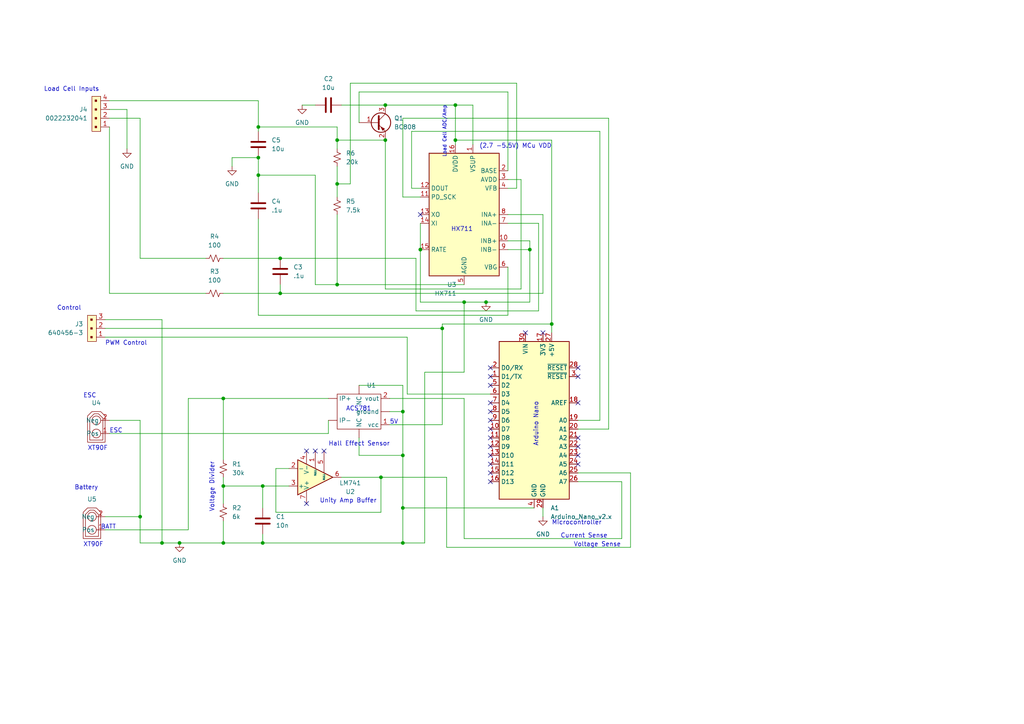
<source format=kicad_sch>
(kicad_sch (version 20230121) (generator eeschema)

  (uuid 86a56aab-a373-47ba-8cdd-8509c854824f)

  (paper "A4")

  (lib_symbols
    (symbol "Amplifier_Operational:LM741" (pin_names (offset 0.127)) (in_bom yes) (on_board yes)
      (property "Reference" "U" (at 0 6.35 0)
        (effects (font (size 1.27 1.27)) (justify left))
      )
      (property "Value" "LM741" (at 0 3.81 0)
        (effects (font (size 1.27 1.27)) (justify left))
      )
      (property "Footprint" "" (at 1.27 1.27 0)
        (effects (font (size 1.27 1.27)) hide)
      )
      (property "Datasheet" "http://www.ti.com/lit/ds/symlink/lm741.pdf" (at 3.81 3.81 0)
        (effects (font (size 1.27 1.27)) hide)
      )
      (property "ki_keywords" "single opamp" (at 0 0 0)
        (effects (font (size 1.27 1.27)) hide)
      )
      (property "ki_description" "Operational Amplifier, DIP-8/TO-99-8" (at 0 0 0)
        (effects (font (size 1.27 1.27)) hide)
      )
      (property "ki_fp_filters" "SOIC*3.9x4.9mm*P1.27mm* DIP*W7.62mm* TSSOP*3x3mm*P0.65mm*" (at 0 0 0)
        (effects (font (size 1.27 1.27)) hide)
      )
      (symbol "LM741_0_1"
        (polyline
          (pts
            (xy -5.08 5.08)
            (xy 5.08 0)
            (xy -5.08 -5.08)
            (xy -5.08 5.08)
          )
          (stroke (width 0.254) (type default))
          (fill (type background))
        )
      )
      (symbol "LM741_1_1"
        (pin input line (at 0 -7.62 90) (length 5.08)
          (name "NULL" (effects (font (size 0.508 0.508))))
          (number "1" (effects (font (size 1.27 1.27))))
        )
        (pin input line (at -7.62 -2.54 0) (length 2.54)
          (name "-" (effects (font (size 1.27 1.27))))
          (number "2" (effects (font (size 1.27 1.27))))
        )
        (pin input line (at -7.62 2.54 0) (length 2.54)
          (name "+" (effects (font (size 1.27 1.27))))
          (number "3" (effects (font (size 1.27 1.27))))
        )
        (pin power_in line (at -2.54 -7.62 90) (length 3.81)
          (name "V-" (effects (font (size 1.27 1.27))))
          (number "4" (effects (font (size 1.27 1.27))))
        )
        (pin input line (at 2.54 -7.62 90) (length 6.35)
          (name "NULL" (effects (font (size 0.508 0.508))))
          (number "5" (effects (font (size 1.27 1.27))))
        )
        (pin output line (at 7.62 0 180) (length 2.54)
          (name "~" (effects (font (size 1.27 1.27))))
          (number "6" (effects (font (size 1.27 1.27))))
        )
        (pin power_in line (at -2.54 7.62 270) (length 3.81)
          (name "V+" (effects (font (size 1.27 1.27))))
          (number "7" (effects (font (size 1.27 1.27))))
        )
        (pin no_connect line (at 0 2.54 270) (length 2.54) hide
          (name "NC" (effects (font (size 1.27 1.27))))
          (number "8" (effects (font (size 1.27 1.27))))
        )
      )
    )
    (symbol "Analog_ADC:HX711" (in_bom yes) (on_board yes)
      (property "Reference" "U" (at 5.08 21.59 0)
        (effects (font (size 1.27 1.27)))
      )
      (property "Value" "HX711" (at 7.62 19.05 0)
        (effects (font (size 1.27 1.27)))
      )
      (property "Footprint" "Package_SO:SOP-16_3.9x9.9mm_P1.27mm" (at 3.81 1.27 0)
        (effects (font (size 1.27 1.27)) hide)
      )
      (property "Datasheet" "https://cdn.sparkfun.com/datasheets/Sensors/ForceFlex/hx711_english.pdf" (at 3.81 -1.27 0)
        (effects (font (size 1.27 1.27)) hide)
      )
      (property "ki_keywords" "adc load cell 24-bits analog weigh" (at 0 0 0)
        (effects (font (size 1.27 1.27)) hide)
      )
      (property "ki_description" "24-Bit Analog-to-Digital Converter (ADC) for Weigh Scales" (at 0 0 0)
        (effects (font (size 1.27 1.27)) hide)
      )
      (property "ki_fp_filters" "SOP*3.9x9.9mm*P1.27mm*" (at 0 0 0)
        (effects (font (size 1.27 1.27)) hide)
      )
      (symbol "HX711_0_1"
        (rectangle (start -10.16 17.78) (end 10.16 -17.78)
          (stroke (width 0.254) (type default))
          (fill (type background))
        )
      )
      (symbol "HX711_1_1"
        (pin power_in line (at -2.54 20.32 270) (length 2.54)
          (name "VSUP" (effects (font (size 1.27 1.27))))
          (number "1" (effects (font (size 1.27 1.27))))
        )
        (pin input line (at -12.7 -7.62 0) (length 2.54)
          (name "INB+" (effects (font (size 1.27 1.27))))
          (number "10" (effects (font (size 1.27 1.27))))
        )
        (pin input line (at 12.7 5.08 180) (length 2.54)
          (name "PD_SCK" (effects (font (size 1.27 1.27))))
          (number "11" (effects (font (size 1.27 1.27))))
        )
        (pin output line (at 12.7 7.62 180) (length 2.54)
          (name "DOUT" (effects (font (size 1.27 1.27))))
          (number "12" (effects (font (size 1.27 1.27))))
        )
        (pin passive line (at 12.7 0 180) (length 2.54)
          (name "XO" (effects (font (size 1.27 1.27))))
          (number "13" (effects (font (size 1.27 1.27))))
        )
        (pin passive line (at 12.7 -2.54 180) (length 2.54)
          (name "XI" (effects (font (size 1.27 1.27))))
          (number "14" (effects (font (size 1.27 1.27))))
        )
        (pin input line (at 12.7 -10.16 180) (length 2.54)
          (name "RATE" (effects (font (size 1.27 1.27))))
          (number "15" (effects (font (size 1.27 1.27))))
        )
        (pin power_in line (at 2.54 20.32 270) (length 2.54)
          (name "DVDD" (effects (font (size 1.27 1.27))))
          (number "16" (effects (font (size 1.27 1.27))))
        )
        (pin passive line (at -12.7 12.7 0) (length 2.54)
          (name "BASE" (effects (font (size 1.27 1.27))))
          (number "2" (effects (font (size 1.27 1.27))))
        )
        (pin power_in line (at -12.7 10.16 0) (length 2.54)
          (name "AVDD" (effects (font (size 1.27 1.27))))
          (number "3" (effects (font (size 1.27 1.27))))
        )
        (pin input line (at -12.7 7.62 0) (length 2.54)
          (name "VFB" (effects (font (size 1.27 1.27))))
          (number "4" (effects (font (size 1.27 1.27))))
        )
        (pin power_in line (at 0 -20.32 90) (length 2.54)
          (name "AGND" (effects (font (size 1.27 1.27))))
          (number "5" (effects (font (size 1.27 1.27))))
        )
        (pin passive line (at -12.7 -15.24 0) (length 2.54)
          (name "VBG" (effects (font (size 1.27 1.27))))
          (number "6" (effects (font (size 1.27 1.27))))
        )
        (pin input line (at -12.7 -2.54 0) (length 2.54)
          (name "INA-" (effects (font (size 1.27 1.27))))
          (number "7" (effects (font (size 1.27 1.27))))
        )
        (pin input line (at -12.7 0 0) (length 2.54)
          (name "INA+" (effects (font (size 1.27 1.27))))
          (number "8" (effects (font (size 1.27 1.27))))
        )
        (pin input line (at -12.7 -10.16 0) (length 2.54)
          (name "INB-" (effects (font (size 1.27 1.27))))
          (number "9" (effects (font (size 1.27 1.27))))
        )
      )
    )
    (symbol "Device:C" (pin_numbers hide) (pin_names (offset 0.254)) (in_bom yes) (on_board yes)
      (property "Reference" "C" (at 0.635 2.54 0)
        (effects (font (size 1.27 1.27)) (justify left))
      )
      (property "Value" "C" (at 0.635 -2.54 0)
        (effects (font (size 1.27 1.27)) (justify left))
      )
      (property "Footprint" "" (at 0.9652 -3.81 0)
        (effects (font (size 1.27 1.27)) hide)
      )
      (property "Datasheet" "~" (at 0 0 0)
        (effects (font (size 1.27 1.27)) hide)
      )
      (property "ki_keywords" "cap capacitor" (at 0 0 0)
        (effects (font (size 1.27 1.27)) hide)
      )
      (property "ki_description" "Unpolarized capacitor" (at 0 0 0)
        (effects (font (size 1.27 1.27)) hide)
      )
      (property "ki_fp_filters" "C_*" (at 0 0 0)
        (effects (font (size 1.27 1.27)) hide)
      )
      (symbol "C_0_1"
        (polyline
          (pts
            (xy -2.032 -0.762)
            (xy 2.032 -0.762)
          )
          (stroke (width 0.508) (type default))
          (fill (type none))
        )
        (polyline
          (pts
            (xy -2.032 0.762)
            (xy 2.032 0.762)
          )
          (stroke (width 0.508) (type default))
          (fill (type none))
        )
      )
      (symbol "C_1_1"
        (pin passive line (at 0 3.81 270) (length 2.794)
          (name "~" (effects (font (size 1.27 1.27))))
          (number "1" (effects (font (size 1.27 1.27))))
        )
        (pin passive line (at 0 -3.81 90) (length 2.794)
          (name "~" (effects (font (size 1.27 1.27))))
          (number "2" (effects (font (size 1.27 1.27))))
        )
      )
    )
    (symbol "Device:R_Small_US" (pin_numbers hide) (pin_names (offset 0.254) hide) (in_bom yes) (on_board yes)
      (property "Reference" "R" (at 0.762 0.508 0)
        (effects (font (size 1.27 1.27)) (justify left))
      )
      (property "Value" "R_Small_US" (at 0.762 -1.016 0)
        (effects (font (size 1.27 1.27)) (justify left))
      )
      (property "Footprint" "" (at 0 0 0)
        (effects (font (size 1.27 1.27)) hide)
      )
      (property "Datasheet" "~" (at 0 0 0)
        (effects (font (size 1.27 1.27)) hide)
      )
      (property "ki_keywords" "r resistor" (at 0 0 0)
        (effects (font (size 1.27 1.27)) hide)
      )
      (property "ki_description" "Resistor, small US symbol" (at 0 0 0)
        (effects (font (size 1.27 1.27)) hide)
      )
      (property "ki_fp_filters" "R_*" (at 0 0 0)
        (effects (font (size 1.27 1.27)) hide)
      )
      (symbol "R_Small_US_1_1"
        (polyline
          (pts
            (xy 0 0)
            (xy 1.016 -0.381)
            (xy 0 -0.762)
            (xy -1.016 -1.143)
            (xy 0 -1.524)
          )
          (stroke (width 0) (type default))
          (fill (type none))
        )
        (polyline
          (pts
            (xy 0 1.524)
            (xy 1.016 1.143)
            (xy 0 0.762)
            (xy -1.016 0.381)
            (xy 0 0)
          )
          (stroke (width 0) (type default))
          (fill (type none))
        )
        (pin passive line (at 0 2.54 270) (length 1.016)
          (name "~" (effects (font (size 1.27 1.27))))
          (number "1" (effects (font (size 1.27 1.27))))
        )
        (pin passive line (at 0 -2.54 90) (length 1.016)
          (name "~" (effects (font (size 1.27 1.27))))
          (number "2" (effects (font (size 1.27 1.27))))
        )
      )
    )
    (symbol "MCU_Module:Arduino_Nano_v2.x" (in_bom yes) (on_board yes)
      (property "Reference" "A" (at -10.16 23.495 0)
        (effects (font (size 1.27 1.27)) (justify left bottom))
      )
      (property "Value" "Arduino_Nano_v2.x" (at 5.08 -24.13 0)
        (effects (font (size 1.27 1.27)) (justify left top))
      )
      (property "Footprint" "Module:Arduino_Nano" (at 0 0 0)
        (effects (font (size 1.27 1.27) italic) hide)
      )
      (property "Datasheet" "https://www.arduino.cc/en/uploads/Main/ArduinoNanoManual23.pdf" (at 0 0 0)
        (effects (font (size 1.27 1.27)) hide)
      )
      (property "ki_keywords" "Arduino nano microcontroller module USB" (at 0 0 0)
        (effects (font (size 1.27 1.27)) hide)
      )
      (property "ki_description" "Arduino Nano v2.x" (at 0 0 0)
        (effects (font (size 1.27 1.27)) hide)
      )
      (property "ki_fp_filters" "Arduino*Nano*" (at 0 0 0)
        (effects (font (size 1.27 1.27)) hide)
      )
      (symbol "Arduino_Nano_v2.x_0_1"
        (rectangle (start -10.16 22.86) (end 10.16 -22.86)
          (stroke (width 0.254) (type default))
          (fill (type background))
        )
      )
      (symbol "Arduino_Nano_v2.x_1_1"
        (pin bidirectional line (at -12.7 12.7 0) (length 2.54)
          (name "D1/TX" (effects (font (size 1.27 1.27))))
          (number "1" (effects (font (size 1.27 1.27))))
        )
        (pin bidirectional line (at -12.7 -2.54 0) (length 2.54)
          (name "D7" (effects (font (size 1.27 1.27))))
          (number "10" (effects (font (size 1.27 1.27))))
        )
        (pin bidirectional line (at -12.7 -5.08 0) (length 2.54)
          (name "D8" (effects (font (size 1.27 1.27))))
          (number "11" (effects (font (size 1.27 1.27))))
        )
        (pin bidirectional line (at -12.7 -7.62 0) (length 2.54)
          (name "D9" (effects (font (size 1.27 1.27))))
          (number "12" (effects (font (size 1.27 1.27))))
        )
        (pin bidirectional line (at -12.7 -10.16 0) (length 2.54)
          (name "D10" (effects (font (size 1.27 1.27))))
          (number "13" (effects (font (size 1.27 1.27))))
        )
        (pin bidirectional line (at -12.7 -12.7 0) (length 2.54)
          (name "D11" (effects (font (size 1.27 1.27))))
          (number "14" (effects (font (size 1.27 1.27))))
        )
        (pin bidirectional line (at -12.7 -15.24 0) (length 2.54)
          (name "D12" (effects (font (size 1.27 1.27))))
          (number "15" (effects (font (size 1.27 1.27))))
        )
        (pin bidirectional line (at -12.7 -17.78 0) (length 2.54)
          (name "D13" (effects (font (size 1.27 1.27))))
          (number "16" (effects (font (size 1.27 1.27))))
        )
        (pin power_out line (at 2.54 25.4 270) (length 2.54)
          (name "3V3" (effects (font (size 1.27 1.27))))
          (number "17" (effects (font (size 1.27 1.27))))
        )
        (pin input line (at 12.7 5.08 180) (length 2.54)
          (name "AREF" (effects (font (size 1.27 1.27))))
          (number "18" (effects (font (size 1.27 1.27))))
        )
        (pin bidirectional line (at 12.7 0 180) (length 2.54)
          (name "A0" (effects (font (size 1.27 1.27))))
          (number "19" (effects (font (size 1.27 1.27))))
        )
        (pin bidirectional line (at -12.7 15.24 0) (length 2.54)
          (name "D0/RX" (effects (font (size 1.27 1.27))))
          (number "2" (effects (font (size 1.27 1.27))))
        )
        (pin bidirectional line (at 12.7 -2.54 180) (length 2.54)
          (name "A1" (effects (font (size 1.27 1.27))))
          (number "20" (effects (font (size 1.27 1.27))))
        )
        (pin bidirectional line (at 12.7 -5.08 180) (length 2.54)
          (name "A2" (effects (font (size 1.27 1.27))))
          (number "21" (effects (font (size 1.27 1.27))))
        )
        (pin bidirectional line (at 12.7 -7.62 180) (length 2.54)
          (name "A3" (effects (font (size 1.27 1.27))))
          (number "22" (effects (font (size 1.27 1.27))))
        )
        (pin bidirectional line (at 12.7 -10.16 180) (length 2.54)
          (name "A4" (effects (font (size 1.27 1.27))))
          (number "23" (effects (font (size 1.27 1.27))))
        )
        (pin bidirectional line (at 12.7 -12.7 180) (length 2.54)
          (name "A5" (effects (font (size 1.27 1.27))))
          (number "24" (effects (font (size 1.27 1.27))))
        )
        (pin bidirectional line (at 12.7 -15.24 180) (length 2.54)
          (name "A6" (effects (font (size 1.27 1.27))))
          (number "25" (effects (font (size 1.27 1.27))))
        )
        (pin bidirectional line (at 12.7 -17.78 180) (length 2.54)
          (name "A7" (effects (font (size 1.27 1.27))))
          (number "26" (effects (font (size 1.27 1.27))))
        )
        (pin power_out line (at 5.08 25.4 270) (length 2.54)
          (name "+5V" (effects (font (size 1.27 1.27))))
          (number "27" (effects (font (size 1.27 1.27))))
        )
        (pin input line (at 12.7 15.24 180) (length 2.54)
          (name "~{RESET}" (effects (font (size 1.27 1.27))))
          (number "28" (effects (font (size 1.27 1.27))))
        )
        (pin power_in line (at 2.54 -25.4 90) (length 2.54)
          (name "GND" (effects (font (size 1.27 1.27))))
          (number "29" (effects (font (size 1.27 1.27))))
        )
        (pin input line (at 12.7 12.7 180) (length 2.54)
          (name "~{RESET}" (effects (font (size 1.27 1.27))))
          (number "3" (effects (font (size 1.27 1.27))))
        )
        (pin power_in line (at -2.54 25.4 270) (length 2.54)
          (name "VIN" (effects (font (size 1.27 1.27))))
          (number "30" (effects (font (size 1.27 1.27))))
        )
        (pin power_in line (at 0 -25.4 90) (length 2.54)
          (name "GND" (effects (font (size 1.27 1.27))))
          (number "4" (effects (font (size 1.27 1.27))))
        )
        (pin bidirectional line (at -12.7 10.16 0) (length 2.54)
          (name "D2" (effects (font (size 1.27 1.27))))
          (number "5" (effects (font (size 1.27 1.27))))
        )
        (pin bidirectional line (at -12.7 7.62 0) (length 2.54)
          (name "D3" (effects (font (size 1.27 1.27))))
          (number "6" (effects (font (size 1.27 1.27))))
        )
        (pin bidirectional line (at -12.7 5.08 0) (length 2.54)
          (name "D4" (effects (font (size 1.27 1.27))))
          (number "7" (effects (font (size 1.27 1.27))))
        )
        (pin bidirectional line (at -12.7 2.54 0) (length 2.54)
          (name "D5" (effects (font (size 1.27 1.27))))
          (number "8" (effects (font (size 1.27 1.27))))
        )
        (pin bidirectional line (at -12.7 0 0) (length 2.54)
          (name "D6" (effects (font (size 1.27 1.27))))
          (number "9" (effects (font (size 1.27 1.27))))
        )
      )
    )
    (symbol "Transistor_BJT:BC808" (pin_names (offset 0) hide) (in_bom yes) (on_board yes)
      (property "Reference" "Q" (at 5.08 1.905 0)
        (effects (font (size 1.27 1.27)) (justify left))
      )
      (property "Value" "BC808" (at 5.08 0 0)
        (effects (font (size 1.27 1.27)) (justify left))
      )
      (property "Footprint" "Package_TO_SOT_SMD:SOT-23" (at 5.08 -1.905 0)
        (effects (font (size 1.27 1.27) italic) (justify left) hide)
      )
      (property "Datasheet" "https://www.onsemi.com/pub/Collateral/BC808-D.pdf" (at 0 0 0)
        (effects (font (size 1.27 1.27)) (justify left) hide)
      )
      (property "ki_keywords" "PNP Transistor" (at 0 0 0)
        (effects (font (size 1.27 1.27)) hide)
      )
      (property "ki_description" "0.8A Ic, 25V Vce, PNP Transistor, SOT-23" (at 0 0 0)
        (effects (font (size 1.27 1.27)) hide)
      )
      (property "ki_fp_filters" "SOT?23*" (at 0 0 0)
        (effects (font (size 1.27 1.27)) hide)
      )
      (symbol "BC808_0_1"
        (polyline
          (pts
            (xy 0.635 0.635)
            (xy 2.54 2.54)
          )
          (stroke (width 0) (type default))
          (fill (type none))
        )
        (polyline
          (pts
            (xy 0.635 -0.635)
            (xy 2.54 -2.54)
            (xy 2.54 -2.54)
          )
          (stroke (width 0) (type default))
          (fill (type none))
        )
        (polyline
          (pts
            (xy 0.635 1.905)
            (xy 0.635 -1.905)
            (xy 0.635 -1.905)
          )
          (stroke (width 0.508) (type default))
          (fill (type none))
        )
        (polyline
          (pts
            (xy 2.286 -1.778)
            (xy 1.778 -2.286)
            (xy 1.27 -1.27)
            (xy 2.286 -1.778)
            (xy 2.286 -1.778)
          )
          (stroke (width 0) (type default))
          (fill (type outline))
        )
        (circle (center 1.27 0) (radius 2.8194)
          (stroke (width 0.254) (type default))
          (fill (type none))
        )
      )
      (symbol "BC808_1_1"
        (pin input line (at -5.08 0 0) (length 5.715)
          (name "B" (effects (font (size 1.27 1.27))))
          (number "1" (effects (font (size 1.27 1.27))))
        )
        (pin passive line (at 2.54 -5.08 90) (length 2.54)
          (name "E" (effects (font (size 1.27 1.27))))
          (number "2" (effects (font (size 1.27 1.27))))
        )
        (pin passive line (at 2.54 5.08 270) (length 2.54)
          (name "C" (effects (font (size 1.27 1.27))))
          (number "3" (effects (font (size 1.27 1.27))))
        )
      )
    )
    (symbol "acs781xlr:ACS781xLR" (in_bom yes) (on_board yes)
      (property "Reference" "U" (at 0 0 0)
        (effects (font (size 1.27 1.27)))
      )
      (property "Value" "" (at 0 0 0)
        (effects (font (size 1.27 1.27)))
      )
      (property "Footprint" "" (at 0 0 0)
        (effects (font (size 1.27 1.27)) hide)
      )
      (property "Datasheet" "" (at 0 0 0)
        (effects (font (size 1.27 1.27)) hide)
      )
      (symbol "ACS781xLR_0_1"
        (rectangle (start -6.35 5.08) (end 6.35 -5.08)
          (stroke (width 0) (type default))
          (fill (type none))
        )
      )
      (symbol "ACS781xLR_1_1"
        (pin input line (at -8.89 3.81 0) (length 2.54)
          (name "IP+" (effects (font (size 1.27 1.27))))
          (number "" (effects (font (size 1.27 1.27))))
        )
        (pin input line (at -8.89 -2.54 0) (length 2.54)
          (name "IP-" (effects (font (size 1.27 1.27))))
          (number "" (effects (font (size 1.27 1.27))))
        )
        (pin passive line (at 0 -7.62 90) (length 2.54)
          (name "NC" (effects (font (size 1.27 1.27))))
          (number "" (effects (font (size 1.27 1.27))))
        )
        (pin passive line (at 0 7.62 270) (length 2.54)
          (name "NC" (effects (font (size 1.27 1.27))))
          (number "" (effects (font (size 1.27 1.27))))
        )
        (pin passive line (at 8.89 0 180) (length 2.54)
          (name "ground" (effects (font (size 1.27 1.27))))
          (number "" (effects (font (size 1.27 1.27))))
        )
        (pin power_in line (at 8.89 -3.81 180) (length 2.54)
          (name "vcc" (effects (font (size 1.27 1.27))))
          (number "1" (effects (font (size 1.27 1.27))))
        )
        (pin power_out line (at 8.89 3.81 180) (length 2.54)
          (name "vout" (effects (font (size 1.27 1.27))))
          (number "2" (effects (font (size 1.27 1.27))))
        )
      )
    )
    (symbol "dk_Rectangular-Connectors-Headers-Male-Pins:0022232041" (pin_names (offset 1.016)) (in_bom yes) (on_board yes)
      (property "Reference" "J" (at -2.54 1.27 0)
        (effects (font (size 1.27 1.27)) (justify right))
      )
      (property "Value" "0022232041" (at 3.81 -3.81 0)
        (effects (font (size 1.27 1.27)))
      )
      (property "Footprint" "digikey-footprints:PinHeader_1x4_P2.54mm_Drill1.02mm" (at 5.08 5.08 0)
        (effects (font (size 1.524 1.524)) (justify left) hide)
      )
      (property "Datasheet" "https://www.molex.com/pdm_docs/sd/022232041_sd.pdf" (at 5.08 7.62 0)
        (effects (font (size 1.524 1.524)) (justify left) hide)
      )
      (property "Digi-Key_PN" "WM4202-ND" (at 5.08 10.16 0)
        (effects (font (size 1.524 1.524)) (justify left) hide)
      )
      (property "MPN" "0022232041" (at 5.08 12.7 0)
        (effects (font (size 1.524 1.524)) (justify left) hide)
      )
      (property "Category" "Connectors, Interconnects" (at 5.08 15.24 0)
        (effects (font (size 1.524 1.524)) (justify left) hide)
      )
      (property "Family" "Rectangular Connectors - Headers, Male Pins" (at 5.08 17.78 0)
        (effects (font (size 1.524 1.524)) (justify left) hide)
      )
      (property "DK_Datasheet_Link" "https://www.molex.com/pdm_docs/sd/022232041_sd.pdf" (at 5.08 20.32 0)
        (effects (font (size 1.524 1.524)) (justify left) hide)
      )
      (property "DK_Detail_Page" "/product-detail/en/molex/0022232041/WM4202-ND/26671" (at 5.08 22.86 0)
        (effects (font (size 1.524 1.524)) (justify left) hide)
      )
      (property "Description" "CONN HEADER VERT 4POS 2.54MM" (at 5.08 25.4 0)
        (effects (font (size 1.524 1.524)) (justify left) hide)
      )
      (property "Manufacturer" "Molex" (at 5.08 27.94 0)
        (effects (font (size 1.524 1.524)) (justify left) hide)
      )
      (property "Status" "Active" (at 5.08 30.48 0)
        (effects (font (size 1.524 1.524)) (justify left) hide)
      )
      (property "ki_keywords" "WM4202-ND KK 6373" (at 0 0 0)
        (effects (font (size 1.27 1.27)) hide)
      )
      (property "ki_description" "CONN HEADER VERT 4POS 2.54MM" (at 0 0 0)
        (effects (font (size 1.27 1.27)) hide)
      )
      (symbol "0022232041_1_1"
        (rectangle (start -1.27 0) (end 8.89 -2.54)
          (stroke (width 0) (type solid))
          (fill (type background))
        )
        (rectangle (start -0.254 -1.143) (end 0.254 -1.651)
          (stroke (width 0) (type solid))
          (fill (type outline))
        )
        (rectangle (start 2.286 -1.143) (end 2.794 -1.651)
          (stroke (width 0) (type solid))
          (fill (type outline))
        )
        (rectangle (start 4.826 -1.143) (end 5.334 -1.651)
          (stroke (width 0) (type solid))
          (fill (type outline))
        )
        (rectangle (start 7.366 -1.143) (end 7.874 -1.651)
          (stroke (width 0) (type solid))
          (fill (type outline))
        )
        (pin passive line (at 0 2.54 270) (length 2.54)
          (name "~" (effects (font (size 1.27 1.27))))
          (number "1" (effects (font (size 1.27 1.27))))
        )
        (pin passive line (at 2.54 2.54 270) (length 2.54)
          (name "~" (effects (font (size 1.27 1.27))))
          (number "2" (effects (font (size 1.27 1.27))))
        )
        (pin passive line (at 5.08 2.54 270) (length 2.54)
          (name "~" (effects (font (size 1.27 1.27))))
          (number "3" (effects (font (size 1.27 1.27))))
        )
        (pin passive line (at 7.62 2.54 270) (length 2.54)
          (name "~" (effects (font (size 1.27 1.27))))
          (number "4" (effects (font (size 1.27 1.27))))
        )
      )
    )
    (symbol "dk_Rectangular-Connectors-Headers-Male-Pins:640456-3" (pin_names (offset 1.016)) (in_bom yes) (on_board yes)
      (property "Reference" "J" (at -2.54 1.27 0)
        (effects (font (size 1.27 1.27)) (justify right))
      )
      (property "Value" "640456-3" (at 2.54 -3.81 0)
        (effects (font (size 1.27 1.27)))
      )
      (property "Footprint" "digikey-footprints:PinHeader_1x3_P2.54_Drill1.1mm" (at 5.08 5.08 0)
        (effects (font (size 1.524 1.524)) (justify left) hide)
      )
      (property "Datasheet" "https://www.te.com/commerce/DocumentDelivery/DDEController?Action=srchrtrv&DocNm=640456&DocType=Customer+Drawing&DocLang=English" (at 5.08 7.62 0)
        (effects (font (size 1.524 1.524)) (justify left) hide)
      )
      (property "Digi-Key_PN" "A19470-ND" (at 5.08 10.16 0)
        (effects (font (size 1.524 1.524)) (justify left) hide)
      )
      (property "MPN" "640456-3" (at 5.08 12.7 0)
        (effects (font (size 1.524 1.524)) (justify left) hide)
      )
      (property "Category" "Connectors, Interconnects" (at 5.08 15.24 0)
        (effects (font (size 1.524 1.524)) (justify left) hide)
      )
      (property "Family" "Rectangular Connectors - Headers, Male Pins" (at 5.08 17.78 0)
        (effects (font (size 1.524 1.524)) (justify left) hide)
      )
      (property "DK_Datasheet_Link" "https://www.te.com/commerce/DocumentDelivery/DDEController?Action=srchrtrv&DocNm=640456&DocType=Customer+Drawing&DocLang=English" (at 5.08 20.32 0)
        (effects (font (size 1.524 1.524)) (justify left) hide)
      )
      (property "DK_Detail_Page" "/product-detail/en/te-connectivity-amp-connectors/640456-3/A19470-ND/259010" (at 5.08 22.86 0)
        (effects (font (size 1.524 1.524)) (justify left) hide)
      )
      (property "Description" "CONN HEADER VERT 3POS 2.54MM" (at 5.08 25.4 0)
        (effects (font (size 1.524 1.524)) (justify left) hide)
      )
      (property "Manufacturer" "TE Connectivity AMP Connectors" (at 5.08 27.94 0)
        (effects (font (size 1.524 1.524)) (justify left) hide)
      )
      (property "Status" "Active" (at 5.08 30.48 0)
        (effects (font (size 1.524 1.524)) (justify left) hide)
      )
      (property "ki_keywords" "A19470-ND MTA-100" (at 0 0 0)
        (effects (font (size 1.27 1.27)) hide)
      )
      (property "ki_description" "CONN HEADER VERT 3POS 2.54MM" (at 0 0 0)
        (effects (font (size 1.27 1.27)) hide)
      )
      (symbol "640456-3_1_1"
        (rectangle (start -1.27 0) (end 6.35 -2.54)
          (stroke (width 0) (type solid))
          (fill (type background))
        )
        (rectangle (start -0.254 -1.143) (end 0.254 -1.651)
          (stroke (width 0) (type solid))
          (fill (type outline))
        )
        (rectangle (start 2.286 -1.143) (end 2.794 -1.651)
          (stroke (width 0) (type solid))
          (fill (type outline))
        )
        (rectangle (start 4.826 -1.143) (end 5.334 -1.651)
          (stroke (width 0) (type solid))
          (fill (type outline))
        )
        (pin passive line (at 0 2.54 270) (length 2.54)
          (name "~" (effects (font (size 1.27 1.27))))
          (number "1" (effects (font (size 1.27 1.27))))
        )
        (pin passive line (at 2.54 2.54 270) (length 2.54)
          (name "~" (effects (font (size 1.27 1.27))))
          (number "2" (effects (font (size 1.27 1.27))))
        )
        (pin passive line (at 5.08 2.54 270) (length 2.54)
          (name "~" (effects (font (size 1.27 1.27))))
          (number "3" (effects (font (size 1.27 1.27))))
        )
      )
    )
    (symbol "power:GND" (power) (pin_names (offset 0)) (in_bom yes) (on_board yes)
      (property "Reference" "#PWR" (at 0 -6.35 0)
        (effects (font (size 1.27 1.27)) hide)
      )
      (property "Value" "GND" (at 0 -3.81 0)
        (effects (font (size 1.27 1.27)))
      )
      (property "Footprint" "" (at 0 0 0)
        (effects (font (size 1.27 1.27)) hide)
      )
      (property "Datasheet" "" (at 0 0 0)
        (effects (font (size 1.27 1.27)) hide)
      )
      (property "ki_keywords" "global power" (at 0 0 0)
        (effects (font (size 1.27 1.27)) hide)
      )
      (property "ki_description" "Power symbol creates a global label with name \"GND\" , ground" (at 0 0 0)
        (effects (font (size 1.27 1.27)) hide)
      )
      (symbol "GND_0_1"
        (polyline
          (pts
            (xy 0 0)
            (xy 0 -1.27)
            (xy 1.27 -1.27)
            (xy 0 -2.54)
            (xy -1.27 -1.27)
            (xy 0 -1.27)
          )
          (stroke (width 0) (type default))
          (fill (type none))
        )
      )
      (symbol "GND_1_1"
        (pin power_in line (at 0 0 270) (length 0) hide
          (name "GND" (effects (font (size 1.27 1.27))))
          (number "1" (effects (font (size 1.27 1.27))))
        )
      )
    )
    (symbol "xt90f:XT90F" (in_bom yes) (on_board yes)
      (property "Reference" "U" (at 0 0 0)
        (effects (font (size 1.27 1.27)))
      )
      (property "Value" "" (at 0 0 0)
        (effects (font (size 1.27 1.27)))
      )
      (property "Footprint" "" (at 0 0 0)
        (effects (font (size 1.27 1.27)) hide)
      )
      (property "Datasheet" "" (at 0 0 0)
        (effects (font (size 1.27 1.27)) hide)
      )
      (symbol "XT90F_0_1"
        (circle (center 0 -2.54) (radius 1.27)
          (stroke (width 0) (type default))
          (fill (type none))
        )
        (polyline
          (pts
            (xy -1.905 -4.445)
            (xy -1.905 1.905)
            (xy -0.635 3.175)
            (xy 0.635 3.175)
            (xy 1.905 1.905)
            (xy 1.905 -4.445)
            (xy -1.905 -4.445)
          )
          (stroke (width 0) (type default))
          (fill (type none))
        )
        (polyline
          (pts
            (xy -2.54 0)
            (xy -2.54 2.54)
            (xy -1.27 3.81)
            (xy 1.27 3.81)
            (xy 2.54 2.54)
            (xy 2.54 0)
            (xy 2.54 -5.08)
            (xy -2.54 -5.08)
            (xy -2.54 0)
            (xy -2.54 -1.27)
          )
          (stroke (width 0) (type default))
          (fill (type none))
        )
        (circle (center 0 1.27) (radius 1.27)
          (stroke (width 0) (type default))
          (fill (type none))
        )
      )
      (symbol "XT90F_1_1"
        (pin power_out line (at 3.81 -2.54 180) (length 2.54)
          (name "Pos" (effects (font (size 1.27 1.27))))
          (number "1" (effects (font (size 1.27 1.27))))
        )
        (pin power_out line (at 3.81 1.27 180) (length 2.54)
          (name "Neg" (effects (font (size 1.27 1.27))))
          (number "2" (effects (font (size 1.27 1.27))))
        )
      )
    )
  )

  (junction (at 121.92 72.39) (diameter 0) (color 0 0 0 0)
    (uuid 01de25e1-b411-4b84-af59-5215f0b8dac3)
  )
  (junction (at 116.84 157.48) (diameter 0) (color 0 0 0 0)
    (uuid 08595fc1-e826-4afb-a1d7-c318a95c3ebf)
  )
  (junction (at 128.27 95.25) (diameter 0) (color 0 0 0 0)
    (uuid 09d11d66-2883-4406-a3ea-f58dfc787f11)
  )
  (junction (at 64.77 115.57) (diameter 0) (color 0 0 0 0)
    (uuid 0c7920fa-2452-4337-804f-c20fc39db785)
  )
  (junction (at 132.08 30.48) (diameter 0) (color 0 0 0 0)
    (uuid 1a3a3435-1745-4b2c-824a-a4859000b2b1)
  )
  (junction (at 97.79 53.34) (diameter 0) (color 0 0 0 0)
    (uuid 1f380671-941b-48d3-9a9d-ca344f7a69c0)
  )
  (junction (at 40.64 149.86) (diameter 0) (color 0 0 0 0)
    (uuid 2667a59c-50f3-498c-883d-6be426bcdd44)
  )
  (junction (at 97.79 82.55) (diameter 0) (color 0 0 0 0)
    (uuid 28bc891c-7542-42b9-96a9-e55ede31e649)
  )
  (junction (at 76.2 140.97) (diameter 0) (color 0 0 0 0)
    (uuid 2bc6dcf9-837c-48c5-94f5-5b591d781614)
  )
  (junction (at 46.99 157.48) (diameter 0) (color 0 0 0 0)
    (uuid 2cdcf61f-37da-4218-b963-ecb3cd4a7ec4)
  )
  (junction (at 116.84 119.38) (diameter 0) (color 0 0 0 0)
    (uuid 35d172ea-8b5b-4bc6-a22c-dabde44860cc)
  )
  (junction (at 52.07 157.48) (diameter 0) (color 0 0 0 0)
    (uuid 3a5f95b9-63ee-4e74-be3a-a7ff2361ccf5)
  )
  (junction (at 111.76 40.64) (diameter 0) (color 0 0 0 0)
    (uuid 4434c7b5-c5da-4f91-9f17-7104d4611f34)
  )
  (junction (at 97.79 40.64) (diameter 0) (color 0 0 0 0)
    (uuid 4976c1b9-5f54-46a9-ad7b-a0939906356b)
  )
  (junction (at 64.77 157.48) (diameter 0) (color 0 0 0 0)
    (uuid 543fd0c4-3b15-4b90-81ab-3953776db23e)
  )
  (junction (at 110.49 138.43) (diameter 0) (color 0 0 0 0)
    (uuid 6204324f-defd-4d0d-ac92-511ac579467d)
  )
  (junction (at 111.76 30.48) (diameter 0) (color 0 0 0 0)
    (uuid 659e23bd-0b34-4829-8487-90bac8c00b62)
  )
  (junction (at 134.62 87.63) (diameter 0) (color 0 0 0 0)
    (uuid 6fcf6b6a-64a3-4dc3-8095-8e028ecb0774)
  )
  (junction (at 74.93 45.72) (diameter 0) (color 0 0 0 0)
    (uuid 766e447c-302d-4b7b-b2e0-12e4344071bf)
  )
  (junction (at 74.93 36.83) (diameter 0) (color 0 0 0 0)
    (uuid 7cd1823e-416c-4cd9-86db-8421c4775387)
  )
  (junction (at 64.77 140.97) (diameter 0) (color 0 0 0 0)
    (uuid 975f20da-3adb-4999-9107-ecefa8163d01)
  )
  (junction (at 132.08 40.64) (diameter 0) (color 0 0 0 0)
    (uuid 99302f5c-5b4e-46d9-9ef4-d09c62d7cf50)
  )
  (junction (at 81.28 74.93) (diameter 0) (color 0 0 0 0)
    (uuid a700ca89-d2b7-4464-a423-d8a2c88e7198)
  )
  (junction (at 81.28 85.09) (diameter 0) (color 0 0 0 0)
    (uuid a95bd842-b839-4c1e-87b5-74627b497f3f)
  )
  (junction (at 160.02 93.98) (diameter 0) (color 0 0 0 0)
    (uuid c0a703fc-edac-4145-9981-e6b766f987b7)
  )
  (junction (at 116.84 147.32) (diameter 0) (color 0 0 0 0)
    (uuid c47945bb-19b2-4132-90b0-8b4ea55ba173)
  )
  (junction (at 153.67 72.39) (diameter 0) (color 0 0 0 0)
    (uuid e0c7d3c1-fefe-4ad5-b6f7-39c22cee33e5)
  )
  (junction (at 116.84 132.08) (diameter 0) (color 0 0 0 0)
    (uuid e8347e6a-9876-4cb7-95ee-45e97ea25b32)
  )
  (junction (at 76.2 157.48) (diameter 0) (color 0 0 0 0)
    (uuid eaeaa763-080a-4b44-9708-62033030eb90)
  )
  (junction (at 74.93 50.8) (diameter 0) (color 0 0 0 0)
    (uuid ed5cbe92-99a7-4c29-931a-2c7314941c1c)
  )
  (junction (at 140.97 87.63) (diameter 0) (color 0 0 0 0)
    (uuid f952febc-2365-4975-8300-8004b0adbc18)
  )

  (no_connect (at 88.9 146.05) (uuid 00c3e749-bbe5-475f-8afa-43e24f6841f0))
  (no_connect (at 142.24 129.54) (uuid 09662193-3a43-4d0d-97a4-0351809c6ea6))
  (no_connect (at 167.64 132.08) (uuid 1e232a5e-547e-49dc-8ff0-a5ad2b56c987))
  (no_connect (at 142.24 134.62) (uuid 25b22d62-99e7-4934-8731-5aa12422b2c9))
  (no_connect (at 167.64 127) (uuid 355e7226-0755-4cf1-838f-2510da56dc95))
  (no_connect (at 167.64 109.22) (uuid 394acc5a-9630-424c-af10-b65680a96ece))
  (no_connect (at 142.24 116.84) (uuid 42685034-cdf7-428b-b5b6-758b20a8dc42))
  (no_connect (at 121.92 62.23) (uuid 45c66d14-b0c2-4871-a77f-eb1d10b8c34f))
  (no_connect (at 142.24 132.08) (uuid 4688c093-e93a-40d1-87a2-51a9d3d05f6f))
  (no_connect (at 93.98 130.81) (uuid 4e25a55e-b44b-4ba4-ba6f-cfcf59de29b6))
  (no_connect (at 142.24 106.68) (uuid 4fa57c85-f3f7-4d22-bfe5-62d6634c9bdd))
  (no_connect (at 142.24 127) (uuid 50da563d-b5b2-453e-acb3-836919ff3a98))
  (no_connect (at 142.24 109.22) (uuid 51ea646c-cc9e-4bd9-9085-a21426f1dc52))
  (no_connect (at 91.44 130.81) (uuid 5e8459fe-e86c-481b-8b80-b2ebd9556fb5))
  (no_connect (at 157.48 96.52) (uuid 67c54850-65cd-4369-a0c6-227e01a19737))
  (no_connect (at 142.24 111.76) (uuid 7621295c-b4d2-4d78-99fc-64d64118ace7))
  (no_connect (at 152.4 96.52) (uuid 771a3e71-da07-4a69-8bc7-5d0addd04302))
  (no_connect (at 167.64 129.54) (uuid 8331a8ca-46b4-4c96-98e8-8b3368cf294f))
  (no_connect (at 88.9 130.81) (uuid 872cf99d-644a-4450-9bf0-1ba4be58547d))
  (no_connect (at 142.24 124.46) (uuid 8ed00094-2441-4705-86c2-09dbdea48bfa))
  (no_connect (at 142.24 121.92) (uuid 9aca13e3-3001-401c-9fc4-975b928fbaf2))
  (no_connect (at 142.24 119.38) (uuid a5b61dbb-3ba6-4b40-869b-52845d9a55b0))
  (no_connect (at 142.24 139.7) (uuid abb546db-55ca-4795-ae19-1db7854c6806))
  (no_connect (at 167.64 116.84) (uuid c095941c-aeb7-438b-9c3b-03be1cd1e774))
  (no_connect (at 167.64 106.68) (uuid dec789ee-896e-4e91-83b1-a67a55cc58d3))
  (no_connect (at 167.64 134.62) (uuid e02ccd06-98db-4aa4-9a14-8ac2ab37307e))
  (no_connect (at 142.24 137.16) (uuid ffc8fd8a-5038-4a82-a9c4-1a9bc5f5b6b5))

  (wire (pts (xy 147.32 69.85) (xy 153.67 69.85))
    (stroke (width 0) (type default))
    (uuid 00377374-8e29-4e35-8b44-39efc83cced9)
  )
  (wire (pts (xy 64.77 157.48) (xy 52.07 157.48))
    (stroke (width 0) (type default))
    (uuid 027f9bfc-f7b2-4b42-bc17-ecf60e6ba17b)
  )
  (wire (pts (xy 95.25 125.73) (xy 95.25 121.92))
    (stroke (width 0) (type default))
    (uuid 03d8bb2e-2ee2-45b0-b740-2ff595d6c002)
  )
  (wire (pts (xy 97.79 40.64) (xy 111.76 40.64))
    (stroke (width 0) (type default))
    (uuid 047d7b8a-bbd1-412d-b7a5-41e0ec9eb595)
  )
  (wire (pts (xy 156.21 90.17) (xy 156.21 64.77))
    (stroke (width 0) (type default))
    (uuid 0702fedf-5fc8-4f0c-b0b4-6b533e2c3b97)
  )
  (wire (pts (xy 64.77 140.97) (xy 76.2 140.97))
    (stroke (width 0) (type default))
    (uuid 077b8d46-3738-49e4-8476-5200a6ce4ad0)
  )
  (wire (pts (xy 30.48 149.86) (xy 40.64 149.86))
    (stroke (width 0) (type default))
    (uuid 0879e94e-6013-4be7-a5cb-1f670549048d)
  )
  (wire (pts (xy 153.67 87.63) (xy 140.97 87.63))
    (stroke (width 0) (type default))
    (uuid 08e3c23c-7fb4-49bb-9bf5-1d8ca91c7a75)
  )
  (wire (pts (xy 76.2 140.97) (xy 76.2 147.32))
    (stroke (width 0) (type default))
    (uuid 0d3920d1-5be7-4833-8b5f-4591ab59d66d)
  )
  (wire (pts (xy 104.14 26.67) (xy 147.32 26.67))
    (stroke (width 0) (type default))
    (uuid 106ac26a-9c9f-4d97-b48c-9c7c9f03e6ad)
  )
  (wire (pts (xy 30.48 97.79) (xy 118.11 97.79))
    (stroke (width 0) (type default))
    (uuid 11786a03-718b-4c15-9755-e840a7a29da4)
  )
  (wire (pts (xy 74.93 45.72) (xy 67.31 45.72))
    (stroke (width 0) (type default))
    (uuid 15046bd8-0d53-4ad9-9a11-d40931479513)
  )
  (wire (pts (xy 116.84 132.08) (xy 116.84 147.32))
    (stroke (width 0) (type default))
    (uuid 16982e5b-bc78-4a30-8ee7-bd34a6ba54b3)
  )
  (wire (pts (xy 104.14 127) (xy 104.14 132.08))
    (stroke (width 0) (type default))
    (uuid 16ff1319-38cd-482d-94bd-71a773718757)
  )
  (wire (pts (xy 110.49 138.43) (xy 110.49 148.59))
    (stroke (width 0) (type default))
    (uuid 1853d1ad-ba8a-4226-8ff9-c05a0c3ded1d)
  )
  (wire (pts (xy 113.03 123.19) (xy 128.27 123.19))
    (stroke (width 0) (type default))
    (uuid 194852dc-ec12-4d0e-8d59-1f9eab265337)
  )
  (wire (pts (xy 157.48 147.32) (xy 157.48 149.86))
    (stroke (width 0) (type default))
    (uuid 1b615b31-c528-41b7-9a60-56ff3d519027)
  )
  (wire (pts (xy 129.54 138.43) (xy 129.54 158.75))
    (stroke (width 0) (type default))
    (uuid 1d064d59-3aa5-4105-ab10-0bed42ecd831)
  )
  (wire (pts (xy 121.92 54.61) (xy 119.38 54.61))
    (stroke (width 0) (type default))
    (uuid 1d43f236-4248-41d0-a56e-2f522a578a49)
  )
  (wire (pts (xy 104.14 132.08) (xy 116.84 132.08))
    (stroke (width 0) (type default))
    (uuid 1d77d831-56fa-48c4-87cf-ebf29d234f6e)
  )
  (wire (pts (xy 76.2 154.94) (xy 76.2 157.48))
    (stroke (width 0) (type default))
    (uuid 1fe5cb8d-50a5-4a2e-9e21-509bf376751b)
  )
  (wire (pts (xy 116.84 147.32) (xy 116.84 157.48))
    (stroke (width 0) (type default))
    (uuid 21742c91-2972-482c-bb7c-5971711a354b)
  )
  (wire (pts (xy 74.93 36.83) (xy 97.79 36.83))
    (stroke (width 0) (type default))
    (uuid 265fe8e1-be3a-4453-8abd-e516abc174f4)
  )
  (wire (pts (xy 182.88 137.16) (xy 167.64 137.16))
    (stroke (width 0) (type default))
    (uuid 26d7de5c-4d17-42e9-98ca-da2ae3ffc189)
  )
  (wire (pts (xy 153.67 72.39) (xy 153.67 87.63))
    (stroke (width 0) (type default))
    (uuid 2addcf42-2bfe-4822-9352-34523a38107e)
  )
  (wire (pts (xy 121.92 87.63) (xy 134.62 87.63))
    (stroke (width 0) (type default))
    (uuid 2b9397c4-d113-474c-aeb8-d90313843767)
  )
  (wire (pts (xy 120.65 74.93) (xy 120.65 90.17))
    (stroke (width 0) (type default))
    (uuid 2eb98d51-1396-4a98-b7e3-35e28eda5a95)
  )
  (wire (pts (xy 36.83 31.75) (xy 36.83 43.18))
    (stroke (width 0) (type default))
    (uuid 30f7fac7-17ea-4931-910d-203125e206d1)
  )
  (wire (pts (xy 134.62 87.63) (xy 134.62 107.95))
    (stroke (width 0) (type default))
    (uuid 330a9614-c35a-4c6c-af4c-7ea3a66c736f)
  )
  (wire (pts (xy 104.14 111.76) (xy 116.84 111.76))
    (stroke (width 0) (type default))
    (uuid 3453b047-82e2-43c6-b112-ad2fa73bdd4a)
  )
  (wire (pts (xy 129.54 158.75) (xy 182.88 158.75))
    (stroke (width 0) (type default))
    (uuid 364ee23e-08d7-4095-b702-c1511c19efdd)
  )
  (wire (pts (xy 151.13 52.07) (xy 147.32 52.07))
    (stroke (width 0) (type default))
    (uuid 36ba3c5b-7005-4ccc-b8d0-69808ecf6d91)
  )
  (wire (pts (xy 123.19 157.48) (xy 116.84 157.48))
    (stroke (width 0) (type default))
    (uuid 39c5fb6f-cb65-4872-bc2a-ebe469f36790)
  )
  (wire (pts (xy 111.76 30.48) (xy 99.06 30.48))
    (stroke (width 0) (type default))
    (uuid 39e31414-3624-48e6-83b4-c804e1c6a756)
  )
  (wire (pts (xy 137.16 41.91) (xy 137.16 30.48))
    (stroke (width 0) (type default))
    (uuid 3a3070b9-37b7-4268-838c-c5b68b7fecd1)
  )
  (wire (pts (xy 110.49 148.59) (xy 80.01 148.59))
    (stroke (width 0) (type default))
    (uuid 3a642c81-1fae-4d8d-9d25-ec905822e5b4)
  )
  (wire (pts (xy 76.2 140.97) (xy 83.82 140.97))
    (stroke (width 0) (type default))
    (uuid 3afc3451-bc7e-4a39-8f27-d78cce94d3ed)
  )
  (wire (pts (xy 76.2 157.48) (xy 64.77 157.48))
    (stroke (width 0) (type default))
    (uuid 3e6e5a22-47c9-4e1c-9e37-bde7f4d06b36)
  )
  (wire (pts (xy 147.32 54.61) (xy 149.86 54.61))
    (stroke (width 0) (type default))
    (uuid 3ead6e01-f98b-47f6-adea-944193a6b124)
  )
  (wire (pts (xy 91.44 30.48) (xy 87.63 30.48))
    (stroke (width 0) (type default))
    (uuid 3eadbfc9-a8b6-4239-9d6e-564f5653df88)
  )
  (wire (pts (xy 97.79 48.26) (xy 97.79 53.34))
    (stroke (width 0) (type default))
    (uuid 439dd913-4e69-4777-ac92-c942e0e4351a)
  )
  (wire (pts (xy 64.77 138.43) (xy 64.77 140.97))
    (stroke (width 0) (type default))
    (uuid 47819301-2492-41d1-97d7-221ab0e73bec)
  )
  (wire (pts (xy 123.19 107.95) (xy 134.62 107.95))
    (stroke (width 0) (type default))
    (uuid 4b2fbede-6b67-4682-ac65-723d6ed4b03d)
  )
  (wire (pts (xy 173.99 38.1) (xy 173.99 121.92))
    (stroke (width 0) (type default))
    (uuid 4daf5587-df1a-4326-a6d8-7389280d3a5c)
  )
  (wire (pts (xy 74.93 36.83) (xy 74.93 29.21))
    (stroke (width 0) (type default))
    (uuid 50b67f31-7f51-4c64-a6b4-b10c1b8063f2)
  )
  (wire (pts (xy 54.61 115.57) (xy 64.77 115.57))
    (stroke (width 0) (type default))
    (uuid 530ffac4-e157-46a0-bd61-1ce7871f07b6)
  )
  (wire (pts (xy 81.28 82.55) (xy 81.28 85.09))
    (stroke (width 0) (type default))
    (uuid 537a89dc-f897-403a-8a68-36d267fb3973)
  )
  (wire (pts (xy 111.76 83.82) (xy 151.13 83.82))
    (stroke (width 0) (type default))
    (uuid 55166a6a-8273-4437-9802-372fd3b04236)
  )
  (wire (pts (xy 31.75 31.75) (xy 36.83 31.75))
    (stroke (width 0) (type default))
    (uuid 560de59f-77bb-4578-88e4-41f36cd1da8f)
  )
  (wire (pts (xy 97.79 40.64) (xy 97.79 36.83))
    (stroke (width 0) (type default))
    (uuid 576c382f-b99f-4561-aa83-f24ebb9a8d43)
  )
  (wire (pts (xy 116.84 119.38) (xy 116.84 132.08))
    (stroke (width 0) (type default))
    (uuid 5ebc93bb-3f9b-423a-8d6b-049b44440a20)
  )
  (wire (pts (xy 132.08 30.48) (xy 132.08 40.64))
    (stroke (width 0) (type default))
    (uuid 60871c72-54c8-4049-a458-30cac9242230)
  )
  (wire (pts (xy 182.88 158.75) (xy 182.88 137.16))
    (stroke (width 0) (type default))
    (uuid 61861bc7-4f6f-4987-bda4-f60bdb90290f)
  )
  (wire (pts (xy 180.34 139.7) (xy 167.64 139.7))
    (stroke (width 0) (type default))
    (uuid 64030113-a2d2-4b22-8af4-5dbb84ecd85e)
  )
  (wire (pts (xy 111.76 40.64) (xy 111.76 83.82))
    (stroke (width 0) (type default))
    (uuid 64fecf27-dfba-4c66-97fd-c36951302416)
  )
  (wire (pts (xy 74.93 50.8) (xy 74.93 55.88))
    (stroke (width 0) (type default))
    (uuid 65172810-4075-4d74-a777-b328fc0539ba)
  )
  (wire (pts (xy 157.48 62.23) (xy 157.48 85.09))
    (stroke (width 0) (type default))
    (uuid 656a8236-0881-4585-90fc-82f063e3aa33)
  )
  (wire (pts (xy 147.32 77.47) (xy 147.32 91.44))
    (stroke (width 0) (type default))
    (uuid 66ef15b5-dc08-417d-a554-657cda00addb)
  )
  (wire (pts (xy 137.16 30.48) (xy 132.08 30.48))
    (stroke (width 0) (type default))
    (uuid 6b77e68b-eddf-4e0d-9c1f-373d871f5f17)
  )
  (wire (pts (xy 67.31 45.72) (xy 67.31 48.26))
    (stroke (width 0) (type default))
    (uuid 6d291273-a6e0-4fee-9d39-1dd3c965712f)
  )
  (wire (pts (xy 153.67 69.85) (xy 153.67 72.39))
    (stroke (width 0) (type default))
    (uuid 6d4c5d93-5552-4df9-8e17-afca45fdda13)
  )
  (wire (pts (xy 116.84 34.29) (xy 176.53 34.29))
    (stroke (width 0) (type default))
    (uuid 6dbec78b-57d6-416d-83e2-3c6f913d4161)
  )
  (wire (pts (xy 132.08 40.64) (xy 132.08 41.91))
    (stroke (width 0) (type default))
    (uuid 70694a1c-a37f-4ac4-8481-575b7e6502a4)
  )
  (wire (pts (xy 151.13 83.82) (xy 151.13 52.07))
    (stroke (width 0) (type default))
    (uuid 755bf8b4-13a6-488c-87ee-86d0997e4ab5)
  )
  (wire (pts (xy 116.84 111.76) (xy 116.84 119.38))
    (stroke (width 0) (type default))
    (uuid 7992765e-01f0-4fd3-86d1-b7758c0f59a9)
  )
  (wire (pts (xy 149.86 54.61) (xy 149.86 24.13))
    (stroke (width 0) (type default))
    (uuid 7fd10fa0-fce9-4f59-85b6-7fc6ef9b8935)
  )
  (wire (pts (xy 97.79 53.34) (xy 97.79 57.15))
    (stroke (width 0) (type default))
    (uuid 80892d3c-26c4-4b47-8b34-d650cec43ba8)
  )
  (wire (pts (xy 116.84 147.32) (xy 154.94 147.32))
    (stroke (width 0) (type default))
    (uuid 810ad7e2-b9c0-4a12-98ce-15a9e52802da)
  )
  (wire (pts (xy 149.86 24.13) (xy 101.6 24.13))
    (stroke (width 0) (type default))
    (uuid 81854a65-8f94-4c53-a035-1cd01be97e19)
  )
  (wire (pts (xy 40.64 149.86) (xy 40.64 157.48))
    (stroke (width 0) (type default))
    (uuid 8a0b64d8-8bf2-4677-9ad6-0855b80049a6)
  )
  (wire (pts (xy 118.11 97.79) (xy 118.11 114.3))
    (stroke (width 0) (type default))
    (uuid 8a553644-530d-4944-9193-515b32d6aa92)
  )
  (wire (pts (xy 97.79 62.23) (xy 97.79 82.55))
    (stroke (width 0) (type default))
    (uuid 8b88e62e-8d23-4ad9-bbfa-19eb609616c6)
  )
  (wire (pts (xy 101.6 53.34) (xy 97.79 53.34))
    (stroke (width 0) (type default))
    (uuid 8c6f61db-d15b-4362-b4fd-b248a5000bac)
  )
  (wire (pts (xy 128.27 123.19) (xy 128.27 95.25))
    (stroke (width 0) (type default))
    (uuid 8ce4c5f6-6cf2-4c41-8432-73f293c3662a)
  )
  (wire (pts (xy 30.48 92.71) (xy 46.99 92.71))
    (stroke (width 0) (type default))
    (uuid 8fa44361-8f8c-4729-9947-7065c4fb382f)
  )
  (wire (pts (xy 147.32 72.39) (xy 153.67 72.39))
    (stroke (width 0) (type default))
    (uuid 913300fb-af98-4e8e-899b-921988756ef5)
  )
  (wire (pts (xy 46.99 157.48) (xy 52.07 157.48))
    (stroke (width 0) (type default))
    (uuid 9140ae7a-3048-4b9b-a98e-0797a2aef70d)
  )
  (wire (pts (xy 64.77 85.09) (xy 81.28 85.09))
    (stroke (width 0) (type default))
    (uuid 917d6893-e1ba-4a5a-9b56-2c239ec2f33f)
  )
  (wire (pts (xy 128.27 93.98) (xy 160.02 93.98))
    (stroke (width 0) (type default))
    (uuid 9265f7f0-4158-4dbb-ab21-4574aa339aab)
  )
  (wire (pts (xy 81.28 74.93) (xy 120.65 74.93))
    (stroke (width 0) (type default))
    (uuid 980250aa-41d4-4e83-8a4c-caae815841ab)
  )
  (wire (pts (xy 59.69 74.93) (xy 40.64 74.93))
    (stroke (width 0) (type default))
    (uuid 9a332785-fbc2-4ce2-9042-83fd98de4471)
  )
  (wire (pts (xy 147.32 91.44) (xy 74.93 91.44))
    (stroke (width 0) (type default))
    (uuid 9b947aaf-79de-4c8e-8f7b-4ddb46b36862)
  )
  (wire (pts (xy 74.93 38.1) (xy 74.93 36.83))
    (stroke (width 0) (type default))
    (uuid 9c29c23a-931c-47c8-891b-d7f221348078)
  )
  (wire (pts (xy 120.65 90.17) (xy 156.21 90.17))
    (stroke (width 0) (type default))
    (uuid 9dd83ac2-c5f7-4f75-86ba-e47b71ad3193)
  )
  (wire (pts (xy 40.64 121.92) (xy 40.64 149.86))
    (stroke (width 0) (type default))
    (uuid 9f7184c5-393d-4619-b96b-71fd6ec1f307)
  )
  (wire (pts (xy 64.77 74.93) (xy 81.28 74.93))
    (stroke (width 0) (type default))
    (uuid a125fcbd-7a57-49f3-902f-f81327ce1cfb)
  )
  (wire (pts (xy 74.93 29.21) (xy 31.75 29.21))
    (stroke (width 0) (type default))
    (uuid a1337a39-6555-4ae5-9fb6-7e0e66384aed)
  )
  (wire (pts (xy 64.77 151.13) (xy 64.77 157.48))
    (stroke (width 0) (type default))
    (uuid a4f28c8c-929c-4cd4-948b-ce032829ecd1)
  )
  (wire (pts (xy 74.93 91.44) (xy 74.93 63.5))
    (stroke (width 0) (type default))
    (uuid a54ab227-abf1-433b-952d-be76c4236b3f)
  )
  (wire (pts (xy 30.48 95.25) (xy 128.27 95.25))
    (stroke (width 0) (type default))
    (uuid a6b6f63b-155d-448a-b584-16852c2254af)
  )
  (wire (pts (xy 116.84 157.48) (xy 76.2 157.48))
    (stroke (width 0) (type default))
    (uuid a6beb741-4d91-4d58-8d9b-349da62cbcc2)
  )
  (wire (pts (xy 81.28 85.09) (xy 157.48 85.09))
    (stroke (width 0) (type default))
    (uuid a7971bf3-6e97-47e1-94cc-fbca3ff02e78)
  )
  (wire (pts (xy 121.92 64.77) (xy 121.92 72.39))
    (stroke (width 0) (type default))
    (uuid a980ba30-0dc6-481b-b02b-865de1f8bd7d)
  )
  (wire (pts (xy 31.75 125.73) (xy 95.25 125.73))
    (stroke (width 0) (type default))
    (uuid aa82e96f-3671-4add-ae85-8bf914f4e932)
  )
  (wire (pts (xy 160.02 40.64) (xy 160.02 93.98))
    (stroke (width 0) (type default))
    (uuid aba9bc72-eaa9-4224-8d3b-08f328fa0f8b)
  )
  (wire (pts (xy 173.99 121.92) (xy 167.64 121.92))
    (stroke (width 0) (type default))
    (uuid ac4c6e57-0ea5-4de2-8b94-43df724385e7)
  )
  (wire (pts (xy 46.99 92.71) (xy 46.99 157.48))
    (stroke (width 0) (type default))
    (uuid ad52a63f-044a-4b4c-821b-fe5397403c74)
  )
  (wire (pts (xy 132.08 40.64) (xy 160.02 40.64))
    (stroke (width 0) (type default))
    (uuid b06e54a7-0ed2-42bd-b2a0-3bb185671910)
  )
  (wire (pts (xy 101.6 24.13) (xy 101.6 53.34))
    (stroke (width 0) (type default))
    (uuid b1d94da6-6692-499f-bf46-ffdfd9dbff84)
  )
  (wire (pts (xy 121.92 72.39) (xy 121.92 87.63))
    (stroke (width 0) (type default))
    (uuid b3659946-e0cc-486d-a17d-8dd55c670a99)
  )
  (wire (pts (xy 119.38 54.61) (xy 119.38 38.1))
    (stroke (width 0) (type default))
    (uuid b749f4a0-a32f-4395-9de7-5f7b06b14d64)
  )
  (wire (pts (xy 176.53 124.46) (xy 167.64 124.46))
    (stroke (width 0) (type default))
    (uuid b761610d-6ff0-458e-908d-06fcae343805)
  )
  (wire (pts (xy 64.77 140.97) (xy 64.77 146.05))
    (stroke (width 0) (type default))
    (uuid b79e76f2-d086-492c-860c-868599193269)
  )
  (wire (pts (xy 59.69 85.09) (xy 31.75 85.09))
    (stroke (width 0) (type default))
    (uuid b7acc326-ff99-45cd-8ae3-ff4ed6f3316f)
  )
  (wire (pts (xy 156.21 64.77) (xy 147.32 64.77))
    (stroke (width 0) (type default))
    (uuid b978f54c-a3b0-4b23-a758-58b73a42562e)
  )
  (wire (pts (xy 31.75 121.92) (xy 40.64 121.92))
    (stroke (width 0) (type default))
    (uuid ba54f765-6df4-497e-950e-cc1de2254720)
  )
  (wire (pts (xy 64.77 115.57) (xy 95.25 115.57))
    (stroke (width 0) (type default))
    (uuid ba87c41e-bf8d-4a93-87e1-4f15d0df6a98)
  )
  (wire (pts (xy 118.11 114.3) (xy 142.24 114.3))
    (stroke (width 0) (type default))
    (uuid bd94d356-f350-41b7-8fa3-2b286c5efa90)
  )
  (wire (pts (xy 121.92 57.15) (xy 116.84 57.15))
    (stroke (width 0) (type default))
    (uuid beaa3071-d495-4d4a-af69-5d067c26b8b1)
  )
  (wire (pts (xy 147.32 26.67) (xy 147.32 49.53))
    (stroke (width 0) (type default))
    (uuid cb65005d-7471-422a-9fb6-730ba0f3c77d)
  )
  (wire (pts (xy 80.01 148.59) (xy 80.01 135.89))
    (stroke (width 0) (type default))
    (uuid cdf2227a-78f7-4c76-882c-a449edb07f64)
  )
  (wire (pts (xy 91.44 82.55) (xy 91.44 50.8))
    (stroke (width 0) (type default))
    (uuid d129467b-ea10-4e65-81bb-5f60f145db59)
  )
  (wire (pts (xy 99.06 138.43) (xy 110.49 138.43))
    (stroke (width 0) (type default))
    (uuid d3f054b8-f489-480f-b951-5f7d600d126f)
  )
  (wire (pts (xy 97.79 43.18) (xy 97.79 40.64))
    (stroke (width 0) (type default))
    (uuid d7bb6f6c-823f-4daa-8fdc-e76515019e22)
  )
  (wire (pts (xy 134.62 156.21) (xy 180.34 156.21))
    (stroke (width 0) (type default))
    (uuid d7d177e1-988f-4c18-b199-525ddbd75ace)
  )
  (wire (pts (xy 134.62 87.63) (xy 140.97 87.63))
    (stroke (width 0) (type default))
    (uuid d99008d0-8b30-48d1-989c-269489b37037)
  )
  (wire (pts (xy 40.64 74.93) (xy 40.64 34.29))
    (stroke (width 0) (type default))
    (uuid da1cb157-a0ba-4f58-b901-9751a365fd37)
  )
  (wire (pts (xy 134.62 115.57) (xy 134.62 156.21))
    (stroke (width 0) (type default))
    (uuid da9dc9fe-4bc4-4583-87d3-26e3237facec)
  )
  (wire (pts (xy 116.84 57.15) (xy 116.84 34.29))
    (stroke (width 0) (type default))
    (uuid dab99d1e-41b9-4d6c-ab5c-d5ad3cc93457)
  )
  (wire (pts (xy 31.75 85.09) (xy 31.75 36.83))
    (stroke (width 0) (type default))
    (uuid dce6eb98-bc26-49f4-bda1-9c82ca516ff7)
  )
  (wire (pts (xy 147.32 62.23) (xy 157.48 62.23))
    (stroke (width 0) (type default))
    (uuid dfe17a05-77bb-4299-a14b-e0f0526b78a3)
  )
  (wire (pts (xy 104.14 35.56) (xy 104.14 26.67))
    (stroke (width 0) (type default))
    (uuid dffa42f0-5e89-4c00-85e1-014f270322c3)
  )
  (wire (pts (xy 160.02 93.98) (xy 160.02 96.52))
    (stroke (width 0) (type default))
    (uuid e01bf89f-7890-4d66-8dd2-16b5b2528f56)
  )
  (wire (pts (xy 97.79 82.55) (xy 91.44 82.55))
    (stroke (width 0) (type default))
    (uuid e05bd82c-c293-48a4-80eb-7425e428e6a9)
  )
  (wire (pts (xy 74.93 45.72) (xy 74.93 50.8))
    (stroke (width 0) (type default))
    (uuid e11d1028-91b0-4d16-a50e-75edb45aaf9f)
  )
  (wire (pts (xy 134.62 82.55) (xy 97.79 82.55))
    (stroke (width 0) (type default))
    (uuid e24a880a-387c-433b-8d6d-afa2f6519b0a)
  )
  (wire (pts (xy 40.64 157.48) (xy 46.99 157.48))
    (stroke (width 0) (type default))
    (uuid e27c5be3-1356-4a04-b024-12809116142e)
  )
  (wire (pts (xy 123.19 107.95) (xy 123.19 157.48))
    (stroke (width 0) (type default))
    (uuid e3075355-4518-4d07-902c-77c8844647e5)
  )
  (wire (pts (xy 113.03 119.38) (xy 116.84 119.38))
    (stroke (width 0) (type default))
    (uuid e3d39842-3166-4361-9f72-27104da446da)
  )
  (wire (pts (xy 128.27 95.25) (xy 128.27 93.98))
    (stroke (width 0) (type default))
    (uuid e41703c8-7775-4359-a12e-807607d44d24)
  )
  (wire (pts (xy 40.64 34.29) (xy 31.75 34.29))
    (stroke (width 0) (type default))
    (uuid e7470210-bc7a-495a-90ed-178d1544e3fc)
  )
  (wire (pts (xy 113.03 115.57) (xy 134.62 115.57))
    (stroke (width 0) (type default))
    (uuid e8e100ee-7f9e-4c41-ac69-e0a4b6ef2179)
  )
  (wire (pts (xy 91.44 50.8) (xy 74.93 50.8))
    (stroke (width 0) (type default))
    (uuid e9fcfe82-d2a0-4927-80d1-57004480e8c7)
  )
  (wire (pts (xy 54.61 153.67) (xy 54.61 115.57))
    (stroke (width 0) (type default))
    (uuid ea28bd24-c550-4ebe-985b-7e2e30d6e5d8)
  )
  (wire (pts (xy 132.08 30.48) (xy 111.76 30.48))
    (stroke (width 0) (type default))
    (uuid ed18abfd-551c-4d38-8ca0-0f37d51e2d6f)
  )
  (wire (pts (xy 64.77 115.57) (xy 64.77 133.35))
    (stroke (width 0) (type default))
    (uuid f0fd170f-3c59-41d4-9f95-8af8b200ac88)
  )
  (wire (pts (xy 119.38 38.1) (xy 173.99 38.1))
    (stroke (width 0) (type default))
    (uuid f29314ed-634b-4530-9b06-bcf61a619eda)
  )
  (wire (pts (xy 30.48 153.67) (xy 54.61 153.67))
    (stroke (width 0) (type default))
    (uuid f313ab98-7c51-4dce-b49e-63e8d87bcbe0)
  )
  (wire (pts (xy 180.34 156.21) (xy 180.34 139.7))
    (stroke (width 0) (type default))
    (uuid f96f55c0-7558-4760-93d6-cf5d18bf3422)
  )
  (wire (pts (xy 110.49 138.43) (xy 129.54 138.43))
    (stroke (width 0) (type default))
    (uuid f9b1df0a-8e1e-4438-8fdc-e24a5729b039)
  )
  (wire (pts (xy 176.53 34.29) (xy 176.53 124.46))
    (stroke (width 0) (type default))
    (uuid faaa4edd-00b9-443c-8bfe-3497f5c83fa2)
  )
  (wire (pts (xy 80.01 135.89) (xy 83.82 135.89))
    (stroke (width 0) (type default))
    (uuid feb1288a-8044-4da3-a812-a0561adb06d7)
  )

  (text "Microcontroller\n" (at 160.02 152.4 0)
    (effects (font (size 1.27 1.27)) (justify left bottom))
    (uuid 044fae13-d759-4b00-a4a4-3b97419a94f8)
  )
  (text "Unity Amp Buffer\n" (at 92.71 146.05 0)
    (effects (font (size 1.27 1.27)) (justify left bottom))
    (uuid 2389b5d9-cd18-4243-a6c4-e3d5558ace23)
  )
  (text "ESC" (at 24.13 115.57 0)
    (effects (font (size 1.27 1.27)) (justify left bottom))
    (uuid 26723893-2ffc-42fb-8f55-3238c7ad3bd0)
  )
  (text "XT90F" (at 25.4 130.81 0)
    (effects (font (size 1.27 1.27)) (justify left bottom))
    (uuid 2d8318b1-eb0f-4d0f-8c59-544b2d139da8)
  )
  (text "ESC\n" (at 31.75 125.73 0)
    (effects (font (size 1.27 1.27)) (justify left bottom))
    (uuid 31d16313-28a2-4a0a-b643-fb4df80d4ec8)
  )
  (text "HX711" (at 130.81 67.31 0)
    (effects (font (size 1.27 1.27)) (justify left bottom))
    (uuid 34c1b23d-4fb9-48e6-bd08-666d3af10965)
  )
  (text "Voltage Divider\n" (at 62.23 148.59 90)
    (effects (font (size 1.27 1.27)) (justify left bottom))
    (uuid 3c3b748b-b81a-4a39-9dca-35104a8e6576)
  )
  (text "Control\n" (at 16.51 90.17 0)
    (effects (font (size 1.27 1.27)) (justify left bottom))
    (uuid 4c0080d2-6d0e-4d68-876d-d34d3870a239)
  )
  (text "Load Cell ADC/Amp" (at 129.54 45.72 90)
    (effects (font (size 1 1)) (justify left bottom))
    (uuid 8f4b2cae-3b8e-4933-8348-7f8ea18584d9)
  )
  (text "Load Cell Inputs" (at 12.7 26.67 0)
    (effects (font (size 1.27 1.27)) (justify left bottom))
    (uuid 8f651049-d014-4ceb-ad14-3bf2ba6a6da8)
  )
  (text "5V" (at 113.03 123.19 0)
    (effects (font (size 1.27 1.27)) (justify left bottom))
    (uuid 9917f912-fd7f-4b2f-bbb4-ee1a99b26b1d)
  )
  (text "Arduino Nano\n" (at 156.21 129.54 90)
    (effects (font (size 1.27 1.27)) (justify left bottom))
    (uuid 9b7c03ac-f72d-4f26-b674-8dbf50b672aa)
  )
  (text "(2.7 -5.5V) MCu VDD" (at 160.02 43.18 0)
    (effects (font (size 1.27 1.27)) (justify right bottom))
    (uuid 9c686750-801b-4ed0-a3f3-7aeec22ae9af)
  )
  (text "XT90F\n" (at 24.13 158.75 0)
    (effects (font (size 1.27 1.27)) (justify left bottom))
    (uuid 9ec9d8d5-5379-4597-a164-4a77d5564902)
  )
  (text "ACS781" (at 100.33 119.38 0)
    (effects (font (size 1.27 1.27)) (justify left bottom))
    (uuid bd63fd69-0d01-4a3c-8d52-f1a9975a9b64)
  )
  (text "Battery" (at 21.59 142.24 0)
    (effects (font (size 1.27 1.27)) (justify left bottom))
    (uuid be1055bc-5be2-4d06-abff-3fbcb0629035)
  )
  (text "Hall Effect Sensor" (at 95.25 129.54 0)
    (effects (font (size 1.27 1.27)) (justify left bottom))
    (uuid cc773c41-36e5-42a5-bfa2-2b5660820011)
  )
  (text "Current Sense" (at 162.56 156.21 0)
    (effects (font (size 1.27 1.27)) (justify left bottom))
    (uuid d38ffb13-dae1-4e81-a702-3377beaf7ee7)
  )
  (text "PWM Control\n" (at 30.48 100.33 0)
    (effects (font (size 1.27 1.27)) (justify left bottom))
    (uuid de4b4b6c-1cf6-4059-b0cd-30a663479411)
  )
  (text "BATT" (at 29.21 153.67 0)
    (effects (font (size 1.27 1.27)) (justify left bottom))
    (uuid ebd1d1da-c699-467d-8390-81de5b2ce693)
  )
  (text "Voltage Sense" (at 166.37 158.75 0)
    (effects (font (size 1.27 1.27)) (justify left bottom))
    (uuid ec6e18e1-0726-43e6-b652-821ed01192cf)
  )

  (symbol (lib_id "Analog_ADC:HX711") (at 134.62 62.23 0) (mirror y) (unit 1)
    (in_bom yes) (on_board yes) (dnp no)
    (uuid 00bd46d1-9db9-4dee-93c8-97debbec438f)
    (property "Reference" "U3" (at 132.4259 82.55 0)
      (effects (font (size 1.27 1.27)) (justify left))
    )
    (property "Value" "HX711" (at 132.4259 85.09 0)
      (effects (font (size 1.27 1.27)) (justify left))
    )
    (property "Footprint" "Package_SO:SOP-16_3.9x9.9mm_P1.27mm" (at 130.81 60.96 0)
      (effects (font (size 1.27 1.27)) hide)
    )
    (property "Datasheet" "https://cdn.sparkfun.com/datasheets/Sensors/ForceFlex/hx711_english.pdf" (at 130.81 63.5 0)
      (effects (font (size 1.27 1.27)) hide)
    )
    (pin "1" (uuid 77f5170f-dab8-46f5-8b93-cf5d8f631d79))
    (pin "10" (uuid f5223276-e3d5-4f71-9af3-34e7a892352b))
    (pin "11" (uuid e86c2af3-df9d-4ddd-91c8-1f46020d1454))
    (pin "12" (uuid c0c52869-ef8e-47bf-a923-04ea1dcd8a03))
    (pin "13" (uuid fe54ac5c-5f11-4e67-8267-c81c09e51dfd))
    (pin "14" (uuid a18f6ef8-da1b-40d9-896a-645bca8a0ae4))
    (pin "15" (uuid 54294ab9-5356-453b-959a-7442b17c4fc4))
    (pin "16" (uuid 4357e17a-7e39-42b1-9822-b4856addb780))
    (pin "2" (uuid 3265df5b-64c2-4f6b-bcf9-615bdf5c94b3))
    (pin "3" (uuid 361c804d-25de-42d2-ba6f-e7cf3a9f42a3))
    (pin "4" (uuid 0155062f-9bb1-4aff-9c52-4478855d265c))
    (pin "5" (uuid 6c4b0bca-34c2-4cec-aa1b-c243fbf7cae1))
    (pin "6" (uuid 4491dbc9-901b-49f0-8fcf-313469fdfa7e))
    (pin "7" (uuid b47e8279-103c-406a-b30f-a63c641733fd))
    (pin "8" (uuid e1ead24e-5e6b-4d34-aa04-e9e335a534ce))
    (pin "9" (uuid 26345785-b48c-4f1d-bf0a-c58348b07bf2))
    (instances
      (project "Test Stand"
        (path "/86a56aab-a373-47ba-8cdd-8509c854824f"
          (reference "U3") (unit 1)
        )
      )
    )
  )

  (symbol (lib_id "Device:C") (at 81.28 78.74 0) (unit 1)
    (in_bom yes) (on_board yes) (dnp no) (fields_autoplaced)
    (uuid 01e9371d-ac8a-4abd-bdc9-1de249a048a4)
    (property "Reference" "C3" (at 85.09 77.47 0)
      (effects (font (size 1.27 1.27)) (justify left))
    )
    (property "Value" ".1u" (at 85.09 80.01 0)
      (effects (font (size 1.27 1.27)) (justify left))
    )
    (property "Footprint" "" (at 82.2452 82.55 0)
      (effects (font (size 1.27 1.27)) hide)
    )
    (property "Datasheet" "~" (at 81.28 78.74 0)
      (effects (font (size 1.27 1.27)) hide)
    )
    (pin "1" (uuid bb50b57c-425f-4d09-97aa-e1479f344e7f))
    (pin "2" (uuid b46a8b8a-a113-40b4-b036-beb0e180778e))
    (instances
      (project "Test Stand"
        (path "/86a56aab-a373-47ba-8cdd-8509c854824f"
          (reference "C3") (unit 1)
        )
      )
    )
  )

  (symbol (lib_id "power:GND") (at 87.63 30.48 0) (unit 1)
    (in_bom yes) (on_board yes) (dnp no) (fields_autoplaced)
    (uuid 07c96e75-6d99-4968-8b69-3c3ff6ede08e)
    (property "Reference" "#PWR04" (at 87.63 36.83 0)
      (effects (font (size 1.27 1.27)) hide)
    )
    (property "Value" "GND" (at 87.63 35.56 0)
      (effects (font (size 1.27 1.27)))
    )
    (property "Footprint" "" (at 87.63 30.48 0)
      (effects (font (size 1.27 1.27)) hide)
    )
    (property "Datasheet" "" (at 87.63 30.48 0)
      (effects (font (size 1.27 1.27)) hide)
    )
    (pin "1" (uuid 39267020-a143-4ece-b2c5-468e354033ca))
    (instances
      (project "Test Stand"
        (path "/86a56aab-a373-47ba-8cdd-8509c854824f"
          (reference "#PWR04") (unit 1)
        )
      )
    )
  )

  (symbol (lib_id "dk_Rectangular-Connectors-Headers-Male-Pins:640456-3") (at 27.94 97.79 270) (mirror x) (unit 1)
    (in_bom yes) (on_board yes) (dnp no)
    (uuid 0a05767a-aa61-4458-b819-1cdad6652c5d)
    (property "Reference" "J3" (at 24.13 93.98 90)
      (effects (font (size 1.27 1.27)) (justify right))
    )
    (property "Value" "640456-3" (at 24.13 96.52 90)
      (effects (font (size 1.27 1.27)) (justify right))
    )
    (property "Footprint" "digikey-footprints:PinHeader_1x3_P2.54_Drill1.1mm" (at 33.02 92.71 0)
      (effects (font (size 1.524 1.524)) (justify left) hide)
    )
    (property "Datasheet" "https://www.te.com/commerce/DocumentDelivery/DDEController?Action=srchrtrv&DocNm=640456&DocType=Customer+Drawing&DocLang=English" (at 35.56 92.71 0)
      (effects (font (size 1.524 1.524)) (justify left) hide)
    )
    (property "Digi-Key_PN" "A19470-ND" (at 38.1 92.71 0)
      (effects (font (size 1.524 1.524)) (justify left) hide)
    )
    (property "MPN" "640456-3" (at 40.64 92.71 0)
      (effects (font (size 1.524 1.524)) (justify left) hide)
    )
    (property "Category" "Connectors, Interconnects" (at 43.18 92.71 0)
      (effects (font (size 1.524 1.524)) (justify left) hide)
    )
    (property "Family" "Rectangular Connectors - Headers, Male Pins" (at 45.72 92.71 0)
      (effects (font (size 1.524 1.524)) (justify left) hide)
    )
    (property "DK_Datasheet_Link" "https://www.te.com/commerce/DocumentDelivery/DDEController?Action=srchrtrv&DocNm=640456&DocType=Customer+Drawing&DocLang=English" (at 48.26 92.71 0)
      (effects (font (size 1.524 1.524)) (justify left) hide)
    )
    (property "DK_Detail_Page" "/product-detail/en/te-connectivity-amp-connectors/640456-3/A19470-ND/259010" (at 50.8 92.71 0)
      (effects (font (size 1.524 1.524)) (justify left) hide)
    )
    (property "Description" "CONN HEADER VERT 3POS 2.54MM" (at 53.34 92.71 0)
      (effects (font (size 1.524 1.524)) (justify left) hide)
    )
    (property "Manufacturer" "TE Connectivity AMP Connectors" (at 55.88 92.71 0)
      (effects (font (size 1.524 1.524)) (justify left) hide)
    )
    (property "Status" "Active" (at 58.42 92.71 0)
      (effects (font (size 1.524 1.524)) (justify left) hide)
    )
    (pin "1" (uuid 49b2da27-eddc-4280-bd2d-d43c2f840fda))
    (pin "2" (uuid b60ad44b-3dab-457e-8164-f2db4d091c22))
    (pin "3" (uuid dd5a583e-a319-4f6a-98dd-0a253d205fdf))
    (instances
      (project "Test Stand"
        (path "/86a56aab-a373-47ba-8cdd-8509c854824f"
          (reference "J3") (unit 1)
        )
      )
    )
  )

  (symbol (lib_id "Device:R_Small_US") (at 62.23 85.09 90) (unit 1)
    (in_bom yes) (on_board yes) (dnp no) (fields_autoplaced)
    (uuid 1d294d00-8657-4292-a222-6850de886ed9)
    (property "Reference" "R3" (at 62.23 78.74 90)
      (effects (font (size 1.27 1.27)))
    )
    (property "Value" "100" (at 62.23 81.28 90)
      (effects (font (size 1.27 1.27)))
    )
    (property "Footprint" "" (at 62.23 85.09 0)
      (effects (font (size 1.27 1.27)) hide)
    )
    (property "Datasheet" "~" (at 62.23 85.09 0)
      (effects (font (size 1.27 1.27)) hide)
    )
    (pin "1" (uuid 6787e9ba-8e60-4b38-84f2-c4ac7f742c94))
    (pin "2" (uuid c297b097-de1e-4a17-94f9-cbb556cba334))
    (instances
      (project "Test Stand"
        (path "/86a56aab-a373-47ba-8cdd-8509c854824f"
          (reference "R3") (unit 1)
        )
      )
    )
  )

  (symbol (lib_id "dk_Rectangular-Connectors-Headers-Male-Pins:0022232041") (at 29.21 36.83 270) (mirror x) (unit 1)
    (in_bom yes) (on_board yes) (dnp no)
    (uuid 25f6df4c-2c92-4dc6-a496-3965ded4480b)
    (property "Reference" "J4" (at 25.4 31.75 90)
      (effects (font (size 1.27 1.27)) (justify right))
    )
    (property "Value" "0022232041" (at 25.4 34.29 90)
      (effects (font (size 1.27 1.27)) (justify right))
    )
    (property "Footprint" "digikey-footprints:PinHeader_1x4_P2.54mm_Drill1.02mm" (at 34.29 31.75 0)
      (effects (font (size 1.524 1.524)) (justify left) hide)
    )
    (property "Datasheet" "https://www.molex.com/pdm_docs/sd/022232041_sd.pdf" (at 36.83 31.75 0)
      (effects (font (size 1.524 1.524)) (justify left) hide)
    )
    (property "Digi-Key_PN" "WM4202-ND" (at 39.37 31.75 0)
      (effects (font (size 1.524 1.524)) (justify left) hide)
    )
    (property "MPN" "0022232041" (at 41.91 31.75 0)
      (effects (font (size 1.524 1.524)) (justify left) hide)
    )
    (property "Category" "Connectors, Interconnects" (at 44.45 31.75 0)
      (effects (font (size 1.524 1.524)) (justify left) hide)
    )
    (property "Family" "Rectangular Connectors - Headers, Male Pins" (at 46.99 31.75 0)
      (effects (font (size 1.524 1.524)) (justify left) hide)
    )
    (property "DK_Datasheet_Link" "https://www.molex.com/pdm_docs/sd/022232041_sd.pdf" (at 49.53 31.75 0)
      (effects (font (size 1.524 1.524)) (justify left) hide)
    )
    (property "DK_Detail_Page" "/product-detail/en/molex/0022232041/WM4202-ND/26671" (at 52.07 31.75 0)
      (effects (font (size 1.524 1.524)) (justify left) hide)
    )
    (property "Description" "CONN HEADER VERT 4POS 2.54MM" (at 54.61 31.75 0)
      (effects (font (size 1.524 1.524)) (justify left) hide)
    )
    (property "Manufacturer" "Molex" (at 57.15 31.75 0)
      (effects (font (size 1.524 1.524)) (justify left) hide)
    )
    (property "Status" "Active" (at 59.69 31.75 0)
      (effects (font (size 1.524 1.524)) (justify left) hide)
    )
    (pin "1" (uuid de29d425-82cb-49e6-b937-902d565c3450))
    (pin "2" (uuid 6f99cef0-ffdc-43fd-b230-51efd3a24502))
    (pin "3" (uuid b309a6a3-758d-4f54-aad6-cf4d5587395c))
    (pin "4" (uuid 109b7f7f-658b-479e-b690-2ce234ffba5e))
    (instances
      (project "Test Stand"
        (path "/86a56aab-a373-47ba-8cdd-8509c854824f"
          (reference "J4") (unit 1)
        )
      )
    )
  )

  (symbol (lib_id "acs781xlr:ACS781xLR") (at 104.14 119.38 0) (unit 1)
    (in_bom yes) (on_board yes) (dnp no) (fields_autoplaced)
    (uuid 27862ee3-640b-491b-8f02-9daeef5b81ea)
    (property "Reference" "U1" (at 106.3341 111.76 0)
      (effects (font (size 1.27 1.27)) (justify left))
    )
    (property "Value" "~" (at 104.14 119.38 0)
      (effects (font (size 1.27 1.27)))
    )
    (property "Footprint" "" (at 104.14 119.38 0)
      (effects (font (size 1.27 1.27)) hide)
    )
    (property "Datasheet" "" (at 104.14 119.38 0)
      (effects (font (size 1.27 1.27)) hide)
    )
    (pin "" (uuid fde4fcc9-59fa-4e76-8d0a-3890d51f864d))
    (pin "" (uuid 4e576c26-53a6-46b9-bf5b-52daca31215c))
    (pin "" (uuid 7398e97a-16ab-4e3c-9900-2ae7e39e8d46))
    (pin "" (uuid 39827e15-62de-41ff-99e1-dba9fa259b04))
    (pin "" (uuid 73972016-4936-413a-b51e-5d9df0c74939))
    (pin "1" (uuid 461d2d2d-2c70-40ab-aa35-6ee11ff97952))
    (pin "2" (uuid cb5b3ac9-e0d3-44a5-8e1a-6b871c99df06))
    (instances
      (project "Test Stand"
        (path "/86a56aab-a373-47ba-8cdd-8509c854824f"
          (reference "U1") (unit 1)
        )
      )
    )
  )

  (symbol (lib_id "power:GND") (at 157.48 149.86 0) (unit 1)
    (in_bom yes) (on_board yes) (dnp no) (fields_autoplaced)
    (uuid 3cd7f1fa-df7c-4177-86f4-51fac5b3e19a)
    (property "Reference" "#PWR02" (at 157.48 156.21 0)
      (effects (font (size 1.27 1.27)) hide)
    )
    (property "Value" "GND" (at 157.48 154.94 0)
      (effects (font (size 1.27 1.27)))
    )
    (property "Footprint" "" (at 157.48 149.86 0)
      (effects (font (size 1.27 1.27)) hide)
    )
    (property "Datasheet" "" (at 157.48 149.86 0)
      (effects (font (size 1.27 1.27)) hide)
    )
    (pin "1" (uuid 41c78a70-9bf8-4791-bdbc-06815b264d28))
    (instances
      (project "Test Stand"
        (path "/86a56aab-a373-47ba-8cdd-8509c854824f"
          (reference "#PWR02") (unit 1)
        )
      )
    )
  )

  (symbol (lib_id "xt90f:XT90F") (at 27.94 123.19 0) (unit 1)
    (in_bom yes) (on_board yes) (dnp no) (fields_autoplaced)
    (uuid 4511dd73-04e9-4451-833e-f7d4e7d10c6e)
    (property "Reference" "U4" (at 27.94 116.84 0)
      (effects (font (size 1.27 1.27)))
    )
    (property "Value" "~" (at 27.94 123.19 0)
      (effects (font (size 1.27 1.27)))
    )
    (property "Footprint" "" (at 27.94 123.19 0)
      (effects (font (size 1.27 1.27)) hide)
    )
    (property "Datasheet" "" (at 27.94 123.19 0)
      (effects (font (size 1.27 1.27)) hide)
    )
    (pin "1" (uuid 2d8d722b-9805-4e41-8d1a-9b0c686cbc53))
    (pin "2" (uuid 4c0c53b9-ae61-4125-9997-f36255420076))
    (instances
      (project "Test Stand"
        (path "/86a56aab-a373-47ba-8cdd-8509c854824f"
          (reference "U4") (unit 1)
        )
      )
    )
  )

  (symbol (lib_id "Device:R_Small_US") (at 97.79 45.72 0) (unit 1)
    (in_bom yes) (on_board yes) (dnp no) (fields_autoplaced)
    (uuid 4f521679-a8d0-4041-9c29-460b01b688f1)
    (property "Reference" "R6" (at 100.33 44.45 0)
      (effects (font (size 1.27 1.27)) (justify left))
    )
    (property "Value" "20k" (at 100.33 46.99 0)
      (effects (font (size 1.27 1.27)) (justify left))
    )
    (property "Footprint" "" (at 97.79 45.72 0)
      (effects (font (size 1.27 1.27)) hide)
    )
    (property "Datasheet" "~" (at 97.79 45.72 0)
      (effects (font (size 1.27 1.27)) hide)
    )
    (pin "1" (uuid 4dcd48a3-fc4b-494f-9753-228f1b6afe6d))
    (pin "2" (uuid 70669377-90b7-4f69-afee-7e193bd93846))
    (instances
      (project "Test Stand"
        (path "/86a56aab-a373-47ba-8cdd-8509c854824f"
          (reference "R6") (unit 1)
        )
      )
    )
  )

  (symbol (lib_id "xt90f:XT90F") (at 26.67 151.13 0) (unit 1)
    (in_bom yes) (on_board yes) (dnp no) (fields_autoplaced)
    (uuid 66a5af69-b1f8-40ff-a93c-de4c413da4b1)
    (property "Reference" "U5" (at 26.67 144.78 0)
      (effects (font (size 1.27 1.27)))
    )
    (property "Value" "~" (at 26.67 151.13 0)
      (effects (font (size 1.27 1.27)))
    )
    (property "Footprint" "" (at 26.67 151.13 0)
      (effects (font (size 1.27 1.27)) hide)
    )
    (property "Datasheet" "" (at 26.67 151.13 0)
      (effects (font (size 1.27 1.27)) hide)
    )
    (pin "1" (uuid af457e7f-6b8e-45e8-a459-893833d8459b))
    (pin "2" (uuid b5d3e296-74e1-4b69-a197-1aa964e50d99))
    (instances
      (project "Test Stand"
        (path "/86a56aab-a373-47ba-8cdd-8509c854824f"
          (reference "U5") (unit 1)
        )
      )
    )
  )

  (symbol (lib_id "Device:R_Small_US") (at 64.77 148.59 0) (unit 1)
    (in_bom yes) (on_board yes) (dnp no) (fields_autoplaced)
    (uuid 8b0d59b6-030a-454f-a3d8-a197016f3ded)
    (property "Reference" "R2" (at 67.31 147.32 0)
      (effects (font (size 1.27 1.27)) (justify left))
    )
    (property "Value" "6k" (at 67.31 149.86 0)
      (effects (font (size 1.27 1.27)) (justify left))
    )
    (property "Footprint" "" (at 64.77 148.59 0)
      (effects (font (size 1.27 1.27)) hide)
    )
    (property "Datasheet" "~" (at 64.77 148.59 0)
      (effects (font (size 1.27 1.27)) hide)
    )
    (pin "1" (uuid 2f515189-45d7-4f8a-82a3-74893028df00))
    (pin "2" (uuid 36da2ab5-f478-49d1-a95a-10542302b2e6))
    (instances
      (project "Test Stand"
        (path "/86a56aab-a373-47ba-8cdd-8509c854824f"
          (reference "R2") (unit 1)
        )
      )
    )
  )

  (symbol (lib_id "power:GND") (at 140.97 87.63 0) (unit 1)
    (in_bom yes) (on_board yes) (dnp no) (fields_autoplaced)
    (uuid 8d636516-09cf-4175-b030-72218713798d)
    (property "Reference" "#PWR03" (at 140.97 93.98 0)
      (effects (font (size 1.27 1.27)) hide)
    )
    (property "Value" "GND" (at 140.97 92.71 0)
      (effects (font (size 1.27 1.27)))
    )
    (property "Footprint" "" (at 140.97 87.63 0)
      (effects (font (size 1.27 1.27)) hide)
    )
    (property "Datasheet" "" (at 140.97 87.63 0)
      (effects (font (size 1.27 1.27)) hide)
    )
    (pin "1" (uuid 41e6b5f1-393c-42ae-9c15-0596c7e876a7))
    (instances
      (project "Test Stand"
        (path "/86a56aab-a373-47ba-8cdd-8509c854824f"
          (reference "#PWR03") (unit 1)
        )
      )
    )
  )

  (symbol (lib_id "Device:R_Small_US") (at 64.77 135.89 0) (unit 1)
    (in_bom yes) (on_board yes) (dnp no) (fields_autoplaced)
    (uuid 8e85d427-dc7c-4787-a36e-26c3d2773485)
    (property "Reference" "R1" (at 67.31 134.62 0)
      (effects (font (size 1.27 1.27)) (justify left))
    )
    (property "Value" "30k" (at 67.31 137.16 0)
      (effects (font (size 1.27 1.27)) (justify left))
    )
    (property "Footprint" "" (at 64.77 135.89 0)
      (effects (font (size 1.27 1.27)) hide)
    )
    (property "Datasheet" "~" (at 64.77 135.89 0)
      (effects (font (size 1.27 1.27)) hide)
    )
    (pin "1" (uuid b534cae2-f5ab-4268-8058-f68039b242b0))
    (pin "2" (uuid a522289d-f5d5-43f1-89e8-0365cc07040f))
    (instances
      (project "Test Stand"
        (path "/86a56aab-a373-47ba-8cdd-8509c854824f"
          (reference "R1") (unit 1)
        )
      )
    )
  )

  (symbol (lib_id "power:GND") (at 36.83 43.18 0) (unit 1)
    (in_bom yes) (on_board yes) (dnp no) (fields_autoplaced)
    (uuid 9186bd1d-42ba-48c2-9aa4-7b1ba0e2705e)
    (property "Reference" "#PWR05" (at 36.83 49.53 0)
      (effects (font (size 1.27 1.27)) hide)
    )
    (property "Value" "GND" (at 36.83 48.26 0)
      (effects (font (size 1.27 1.27)))
    )
    (property "Footprint" "" (at 36.83 43.18 0)
      (effects (font (size 1.27 1.27)) hide)
    )
    (property "Datasheet" "" (at 36.83 43.18 0)
      (effects (font (size 1.27 1.27)) hide)
    )
    (pin "1" (uuid 178152f3-e4b6-4c1f-bc96-61efa891f25b))
    (instances
      (project "Test Stand"
        (path "/86a56aab-a373-47ba-8cdd-8509c854824f"
          (reference "#PWR05") (unit 1)
        )
      )
    )
  )

  (symbol (lib_id "Transistor_BJT:BC808") (at 109.22 35.56 0) (unit 1)
    (in_bom yes) (on_board yes) (dnp no) (fields_autoplaced)
    (uuid 988532b5-67e9-4ee3-9dea-f0762c95349e)
    (property "Reference" "Q1" (at 114.3 34.29 0)
      (effects (font (size 1.27 1.27)) (justify left))
    )
    (property "Value" "BC808" (at 114.3 36.83 0)
      (effects (font (size 1.27 1.27)) (justify left))
    )
    (property "Footprint" "Package_TO_SOT_SMD:SOT-23" (at 114.3 37.465 0)
      (effects (font (size 1.27 1.27) italic) (justify left) hide)
    )
    (property "Datasheet" "https://www.onsemi.com/pub/Collateral/BC808-D.pdf" (at 109.22 35.56 0)
      (effects (font (size 1.27 1.27)) (justify left) hide)
    )
    (pin "1" (uuid 200569a4-d01a-4cc4-8cc4-603db7484173))
    (pin "2" (uuid 9a4f4c0b-d9a9-4a4d-8a2c-1b2ff9e67f87))
    (pin "3" (uuid 4a773acd-4898-40e9-bf38-03c0e339976f))
    (instances
      (project "Test Stand"
        (path "/86a56aab-a373-47ba-8cdd-8509c854824f"
          (reference "Q1") (unit 1)
        )
      )
    )
  )

  (symbol (lib_id "Device:R_Small_US") (at 62.23 74.93 90) (unit 1)
    (in_bom yes) (on_board yes) (dnp no) (fields_autoplaced)
    (uuid a1993e84-924c-4ffb-942a-7e768ea69002)
    (property "Reference" "R4" (at 62.23 68.58 90)
      (effects (font (size 1.27 1.27)))
    )
    (property "Value" "100" (at 62.23 71.12 90)
      (effects (font (size 1.27 1.27)))
    )
    (property "Footprint" "" (at 62.23 74.93 0)
      (effects (font (size 1.27 1.27)) hide)
    )
    (property "Datasheet" "~" (at 62.23 74.93 0)
      (effects (font (size 1.27 1.27)) hide)
    )
    (pin "1" (uuid 0ed0c394-34f6-4b58-b11d-3b7e0ffbb81b))
    (pin "2" (uuid c27f9f7d-0f62-4a7b-b215-a1a15e64561b))
    (instances
      (project "Test Stand"
        (path "/86a56aab-a373-47ba-8cdd-8509c854824f"
          (reference "R4") (unit 1)
        )
      )
    )
  )

  (symbol (lib_id "Device:C") (at 76.2 151.13 0) (unit 1)
    (in_bom yes) (on_board yes) (dnp no) (fields_autoplaced)
    (uuid b4ea9ca7-5beb-46ec-96f1-9671483876d3)
    (property "Reference" "C1" (at 80.01 149.86 0)
      (effects (font (size 1.27 1.27)) (justify left))
    )
    (property "Value" "10n" (at 80.01 152.4 0)
      (effects (font (size 1.27 1.27)) (justify left))
    )
    (property "Footprint" "" (at 77.1652 154.94 0)
      (effects (font (size 1.27 1.27)) hide)
    )
    (property "Datasheet" "~" (at 76.2 151.13 0)
      (effects (font (size 1.27 1.27)) hide)
    )
    (pin "1" (uuid f5713849-ce01-4a64-b861-1bc231e8385d))
    (pin "2" (uuid 3d6a6c53-ed4d-4881-8c77-b7cebdd57f40))
    (instances
      (project "Test Stand"
        (path "/86a56aab-a373-47ba-8cdd-8509c854824f"
          (reference "C1") (unit 1)
        )
      )
    )
  )

  (symbol (lib_id "Device:C") (at 74.93 59.69 0) (unit 1)
    (in_bom yes) (on_board yes) (dnp no) (fields_autoplaced)
    (uuid b8403ff5-7355-4cc1-99a7-3a02aeb27754)
    (property "Reference" "C4" (at 78.74 58.42 0)
      (effects (font (size 1.27 1.27)) (justify left))
    )
    (property "Value" ".1u" (at 78.74 60.96 0)
      (effects (font (size 1.27 1.27)) (justify left))
    )
    (property "Footprint" "" (at 75.8952 63.5 0)
      (effects (font (size 1.27 1.27)) hide)
    )
    (property "Datasheet" "~" (at 74.93 59.69 0)
      (effects (font (size 1.27 1.27)) hide)
    )
    (pin "1" (uuid 39526ee1-de6f-4b75-aed7-b7ce335da509))
    (pin "2" (uuid a1b6efdd-be51-4044-a459-9076fa6910c6))
    (instances
      (project "Test Stand"
        (path "/86a56aab-a373-47ba-8cdd-8509c854824f"
          (reference "C4") (unit 1)
        )
      )
    )
  )

  (symbol (lib_id "power:GND") (at 67.31 48.26 0) (unit 1)
    (in_bom yes) (on_board yes) (dnp no) (fields_autoplaced)
    (uuid b91d6477-317b-43e8-8ca4-8fdee1e4ebdf)
    (property "Reference" "#PWR06" (at 67.31 54.61 0)
      (effects (font (size 1.27 1.27)) hide)
    )
    (property "Value" "GND" (at 67.31 53.34 0)
      (effects (font (size 1.27 1.27)))
    )
    (property "Footprint" "" (at 67.31 48.26 0)
      (effects (font (size 1.27 1.27)) hide)
    )
    (property "Datasheet" "" (at 67.31 48.26 0)
      (effects (font (size 1.27 1.27)) hide)
    )
    (pin "1" (uuid c8f3a716-5ee8-4474-be4e-4935b4863804))
    (instances
      (project "Test Stand"
        (path "/86a56aab-a373-47ba-8cdd-8509c854824f"
          (reference "#PWR06") (unit 1)
        )
      )
    )
  )

  (symbol (lib_id "Amplifier_Operational:LM741") (at 91.44 138.43 0) (mirror x) (unit 1)
    (in_bom yes) (on_board yes) (dnp no)
    (uuid c4f9d805-448d-45f8-b556-154d375a1302)
    (property "Reference" "U2" (at 101.6 142.6209 0)
      (effects (font (size 1.27 1.27)))
    )
    (property "Value" "LM741" (at 101.6 140.0809 0)
      (effects (font (size 1.27 1.27)))
    )
    (property "Footprint" "" (at 92.71 139.7 0)
      (effects (font (size 1.27 1.27)) hide)
    )
    (property "Datasheet" "http://www.ti.com/lit/ds/symlink/lm741.pdf" (at 95.25 142.24 0)
      (effects (font (size 1.27 1.27)) hide)
    )
    (pin "1" (uuid 31327129-3956-4163-82a2-8a962708b5a5))
    (pin "2" (uuid dc4097ff-a582-4b41-94b7-cbdc12f5d7d5))
    (pin "3" (uuid 2a2fd915-3ade-4c46-9668-1b76a91252f3))
    (pin "4" (uuid 7680b63d-6a5a-41a0-a24f-a4a389ec49e4))
    (pin "5" (uuid 881508b1-d8a1-4dc9-93e8-369d39afed57))
    (pin "6" (uuid 011023d3-56f9-419b-ba30-d409fecd4196))
    (pin "7" (uuid 4db4bcd7-a39e-4ded-88a8-72d576b10ac6))
    (pin "8" (uuid 4b69e872-cd21-46c0-8be2-b54e8a88f40b))
    (instances
      (project "Test Stand"
        (path "/86a56aab-a373-47ba-8cdd-8509c854824f"
          (reference "U2") (unit 1)
        )
      )
    )
  )

  (symbol (lib_id "power:GND") (at 52.07 157.48 0) (unit 1)
    (in_bom yes) (on_board yes) (dnp no) (fields_autoplaced)
    (uuid d3dad7ab-751f-4385-ba16-dce5ca2bbb5b)
    (property "Reference" "#PWR01" (at 52.07 163.83 0)
      (effects (font (size 1.27 1.27)) hide)
    )
    (property "Value" "GND" (at 52.07 162.56 0)
      (effects (font (size 1.27 1.27)))
    )
    (property "Footprint" "" (at 52.07 157.48 0)
      (effects (font (size 1.27 1.27)) hide)
    )
    (property "Datasheet" "" (at 52.07 157.48 0)
      (effects (font (size 1.27 1.27)) hide)
    )
    (pin "1" (uuid 37231972-5d9a-45ba-88e5-9eb288a5b04a))
    (instances
      (project "Test Stand"
        (path "/86a56aab-a373-47ba-8cdd-8509c854824f"
          (reference "#PWR01") (unit 1)
        )
      )
    )
  )

  (symbol (lib_id "Device:C") (at 74.93 41.91 0) (unit 1)
    (in_bom yes) (on_board yes) (dnp no) (fields_autoplaced)
    (uuid de021989-0b54-4188-ab4b-775e4d726f24)
    (property "Reference" "C5" (at 78.74 40.64 0)
      (effects (font (size 1.27 1.27)) (justify left))
    )
    (property "Value" "10u" (at 78.74 43.18 0)
      (effects (font (size 1.27 1.27)) (justify left))
    )
    (property "Footprint" "" (at 75.8952 45.72 0)
      (effects (font (size 1.27 1.27)) hide)
    )
    (property "Datasheet" "~" (at 74.93 41.91 0)
      (effects (font (size 1.27 1.27)) hide)
    )
    (pin "1" (uuid d6493e62-7487-40f4-a1c0-b46909194dd0))
    (pin "2" (uuid 004f08d7-44b1-4849-bfcf-7cffcd4cd200))
    (instances
      (project "Test Stand"
        (path "/86a56aab-a373-47ba-8cdd-8509c854824f"
          (reference "C5") (unit 1)
        )
      )
    )
  )

  (symbol (lib_id "MCU_Module:Arduino_Nano_v2.x") (at 154.94 121.92 0) (unit 1)
    (in_bom yes) (on_board yes) (dnp no) (fields_autoplaced)
    (uuid e56c8219-5865-40c7-922e-3b7cf006c956)
    (property "Reference" "A1" (at 159.6741 147.32 0)
      (effects (font (size 1.27 1.27)) (justify left))
    )
    (property "Value" "Arduino_Nano_v2.x" (at 159.6741 149.86 0)
      (effects (font (size 1.27 1.27)) (justify left))
    )
    (property "Footprint" "Module:Arduino_Nano" (at 154.94 121.92 0)
      (effects (font (size 1.27 1.27) italic) hide)
    )
    (property "Datasheet" "https://www.arduino.cc/en/uploads/Main/ArduinoNanoManual23.pdf" (at 154.94 121.92 0)
      (effects (font (size 1.27 1.27)) hide)
    )
    (pin "1" (uuid 5693e307-e0c1-4681-b252-f68049fb0311))
    (pin "10" (uuid 5328065f-9f68-4f2e-9817-a76d1ed8d571))
    (pin "11" (uuid 15f118f1-1611-4bdc-acf0-d5c41c86843a))
    (pin "12" (uuid 7312e125-160c-47aa-a471-9f2031dee54d))
    (pin "13" (uuid 2c900fe5-09c1-4cde-928b-106078ba214d))
    (pin "14" (uuid e930b47d-6a4b-4c9f-abbd-4d8394464b99))
    (pin "15" (uuid ae978d8c-0664-44ef-9fae-8b178c8f31bc))
    (pin "16" (uuid 99bf1c0a-e3fe-4512-ad6c-bd71dc3ebd4a))
    (pin "17" (uuid 86b3728b-47a2-487a-ae59-8b9c307e42c6))
    (pin "18" (uuid 603fddc6-d166-4823-a475-15cb1702f68b))
    (pin "19" (uuid 1ef40431-17eb-4a14-bd8d-b5ccfda79b83))
    (pin "2" (uuid 81fed80d-7a22-4cc9-9147-6f6725441926))
    (pin "20" (uuid 10469234-3e1d-4bd4-a2ab-a26d98279560))
    (pin "21" (uuid e67129b9-bc90-4225-951f-4ed2deba69db))
    (pin "22" (uuid 3978731c-8317-4e1a-813f-fd9ba29a9492))
    (pin "23" (uuid 9987239b-ac0b-46b4-9178-919e816aaf49))
    (pin "24" (uuid 2188a0ab-428c-405d-b46d-f6917522c692))
    (pin "25" (uuid bec3c84f-fe76-446e-b470-162e85c0a1da))
    (pin "26" (uuid 711dd6dd-78b1-4919-aca4-9f0943fe1d3e))
    (pin "27" (uuid f06f77b1-e26e-4289-82d0-10b2784f3e8e))
    (pin "28" (uuid a276d7e2-e822-49f8-a82d-d56c9f8edcc2))
    (pin "29" (uuid bcffb740-3891-43e2-b133-2e24a4018bfe))
    (pin "3" (uuid 5c2a6159-b872-46b9-ba84-3579fa2792d9))
    (pin "30" (uuid 047a6d0e-7e6b-4822-983e-105016a424ff))
    (pin "4" (uuid 44f1ae53-1e62-4c56-a99b-f2b51422d8f8))
    (pin "5" (uuid 058fdc8d-692f-4ed8-8a74-3d782c64f678))
    (pin "6" (uuid 124a80a3-817d-400d-bba4-2208cc91215b))
    (pin "7" (uuid 965cf743-c260-48c2-82de-b2b76342cfb0))
    (pin "8" (uuid 2ab627a2-1b25-4146-a315-bccb1edf664b))
    (pin "9" (uuid ef5c0dc5-681e-40de-bd91-a892d97d9ce7))
    (instances
      (project "Test Stand"
        (path "/86a56aab-a373-47ba-8cdd-8509c854824f"
          (reference "A1") (unit 1)
        )
      )
    )
  )

  (symbol (lib_id "Device:R_Small_US") (at 97.79 59.69 0) (unit 1)
    (in_bom yes) (on_board yes) (dnp no) (fields_autoplaced)
    (uuid e7b69627-3183-45e0-87a4-033c5ed387b5)
    (property "Reference" "R5" (at 100.33 58.42 0)
      (effects (font (size 1.27 1.27)) (justify left))
    )
    (property "Value" "7.5k" (at 100.33 60.96 0)
      (effects (font (size 1.27 1.27)) (justify left))
    )
    (property "Footprint" "" (at 97.79 59.69 0)
      (effects (font (size 1.27 1.27)) hide)
    )
    (property "Datasheet" "~" (at 97.79 59.69 0)
      (effects (font (size 1.27 1.27)) hide)
    )
    (pin "1" (uuid 24c63027-e1b7-493a-a136-a10e644c270d))
    (pin "2" (uuid 8f5b3bed-5923-4d89-8b6b-791cf0a9d1f6))
    (instances
      (project "Test Stand"
        (path "/86a56aab-a373-47ba-8cdd-8509c854824f"
          (reference "R5") (unit 1)
        )
      )
    )
  )

  (symbol (lib_id "Device:C") (at 95.25 30.48 90) (unit 1)
    (in_bom yes) (on_board yes) (dnp no) (fields_autoplaced)
    (uuid f81b8cb5-7d20-49e0-a192-fa13f2c3846d)
    (property "Reference" "C2" (at 95.25 22.86 90)
      (effects (font (size 1.27 1.27)))
    )
    (property "Value" "10u" (at 95.25 25.4 90)
      (effects (font (size 1.27 1.27)))
    )
    (property "Footprint" "" (at 99.06 29.5148 0)
      (effects (font (size 1.27 1.27)) hide)
    )
    (property "Datasheet" "~" (at 95.25 30.48 0)
      (effects (font (size 1.27 1.27)) hide)
    )
    (pin "1" (uuid b52daecc-ce5b-473d-b098-5d1dd4790809))
    (pin "2" (uuid cfebe81c-62e5-4e25-9094-c505bda208e3))
    (instances
      (project "Test Stand"
        (path "/86a56aab-a373-47ba-8cdd-8509c854824f"
          (reference "C2") (unit 1)
        )
      )
    )
  )

  (sheet_instances
    (path "/" (page "1"))
  )
)

</source>
